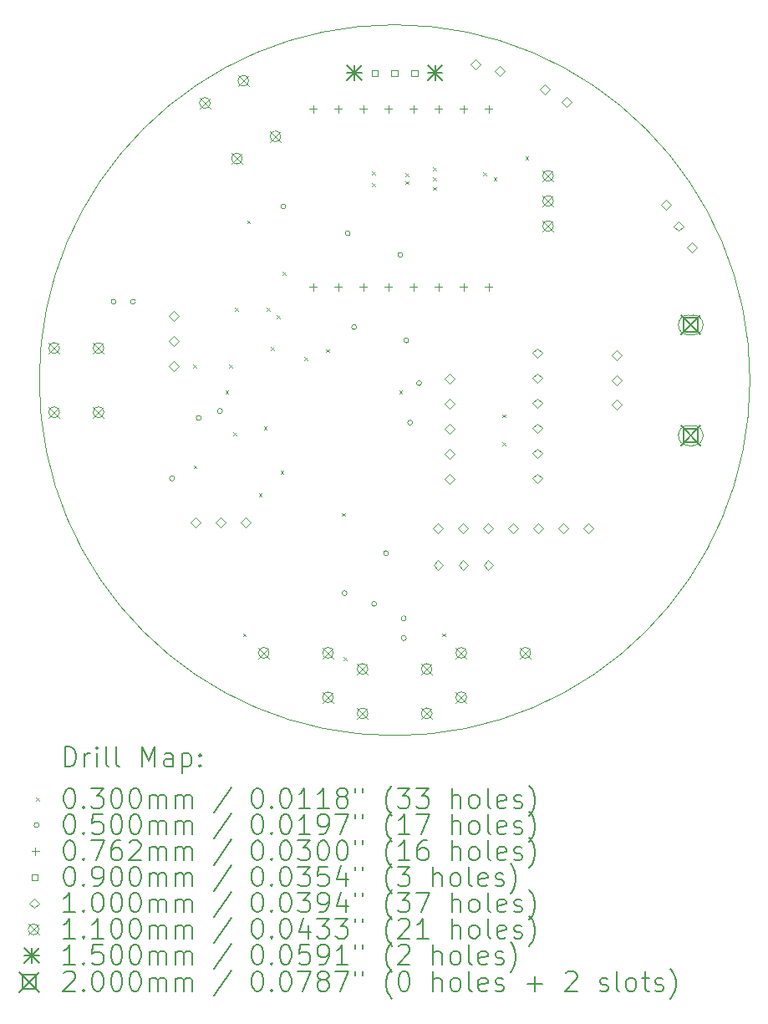
<source format=gbr>
%TF.GenerationSoftware,KiCad,Pcbnew,8.0.4*%
%TF.CreationDate,2024-08-27T21:02:49+02:00*%
%TF.ProjectId,smartEggTimer,736d6172-7445-4676-9754-696d65722e6b,rev?*%
%TF.SameCoordinates,Original*%
%TF.FileFunction,Drillmap*%
%TF.FilePolarity,Positive*%
%FSLAX45Y45*%
G04 Gerber Fmt 4.5, Leading zero omitted, Abs format (unit mm)*
G04 Created by KiCad (PCBNEW 8.0.4) date 2024-08-27 21:02:49*
%MOMM*%
%LPD*%
G01*
G04 APERTURE LIST*
%ADD10C,0.050000*%
%ADD11C,0.200000*%
%ADD12C,0.100000*%
%ADD13C,0.110000*%
%ADD14C,0.150000*%
G04 APERTURE END LIST*
D10*
X13600000Y-10000000D02*
G75*
G02*
X6400000Y-10000000I-3600000J0D01*
G01*
X6400000Y-10000000D02*
G75*
G02*
X13600000Y-10000000I3600000J0D01*
G01*
D11*
D12*
X7960000Y-9845000D02*
X7990000Y-9875000D01*
X7990000Y-9845000D02*
X7960000Y-9875000D01*
X7965000Y-10865000D02*
X7995000Y-10895000D01*
X7995000Y-10865000D02*
X7965000Y-10895000D01*
X8285000Y-10105000D02*
X8315000Y-10135000D01*
X8315000Y-10105000D02*
X8285000Y-10135000D01*
X8325000Y-9845000D02*
X8355000Y-9875000D01*
X8355000Y-9845000D02*
X8325000Y-9875000D01*
X8365000Y-10530000D02*
X8395000Y-10560000D01*
X8395000Y-10530000D02*
X8365000Y-10560000D01*
X8385000Y-9265000D02*
X8415000Y-9295000D01*
X8415000Y-9265000D02*
X8385000Y-9295000D01*
X8465000Y-12565000D02*
X8495000Y-12595000D01*
X8495000Y-12565000D02*
X8465000Y-12595000D01*
X8506500Y-8383500D02*
X8536500Y-8413500D01*
X8536500Y-8383500D02*
X8506500Y-8413500D01*
X8625000Y-11145000D02*
X8655000Y-11175000D01*
X8655000Y-11145000D02*
X8625000Y-11175000D01*
X8675960Y-10468348D02*
X8705960Y-10498348D01*
X8705960Y-10468348D02*
X8675960Y-10498348D01*
X8705000Y-9265000D02*
X8735000Y-9295000D01*
X8735000Y-9265000D02*
X8705000Y-9295000D01*
X8745000Y-9665000D02*
X8775000Y-9695000D01*
X8775000Y-9665000D02*
X8745000Y-9695000D01*
X8805000Y-9345000D02*
X8835000Y-9375000D01*
X8835000Y-9345000D02*
X8805000Y-9375000D01*
X8845111Y-10918007D02*
X8875111Y-10948007D01*
X8875111Y-10918007D02*
X8845111Y-10948007D01*
X8866500Y-8903500D02*
X8896500Y-8933500D01*
X8896500Y-8903500D02*
X8866500Y-8933500D01*
X9085000Y-9765000D02*
X9115000Y-9795000D01*
X9115000Y-9765000D02*
X9085000Y-9795000D01*
X9305000Y-9685000D02*
X9335000Y-9715000D01*
X9335000Y-9685000D02*
X9305000Y-9715000D01*
X9465000Y-11345000D02*
X9495000Y-11375000D01*
X9495000Y-11345000D02*
X9465000Y-11375000D01*
X9485000Y-12805000D02*
X9515000Y-12835000D01*
X9515000Y-12805000D02*
X9485000Y-12835000D01*
X9770000Y-7885000D02*
X9800000Y-7915000D01*
X9800000Y-7885000D02*
X9770000Y-7915000D01*
X9770000Y-8005000D02*
X9800000Y-8035000D01*
X9800000Y-8005000D02*
X9770000Y-8035000D01*
X10045000Y-10105000D02*
X10075000Y-10135000D01*
X10075000Y-10105000D02*
X10045000Y-10135000D01*
X10110000Y-7905000D02*
X10140000Y-7935000D01*
X10140000Y-7905000D02*
X10110000Y-7935000D01*
X10110000Y-7985000D02*
X10140000Y-8015000D01*
X10140000Y-7985000D02*
X10110000Y-8015000D01*
X10390000Y-7845000D02*
X10420000Y-7875000D01*
X10420000Y-7845000D02*
X10390000Y-7875000D01*
X10390000Y-7945000D02*
X10420000Y-7975000D01*
X10420000Y-7945000D02*
X10390000Y-7975000D01*
X10390000Y-8045000D02*
X10420000Y-8075000D01*
X10420000Y-8045000D02*
X10390000Y-8075000D01*
X10485000Y-12565000D02*
X10515000Y-12595000D01*
X10515000Y-12565000D02*
X10485000Y-12595000D01*
X10897500Y-7897500D02*
X10927500Y-7927500D01*
X10927500Y-7897500D02*
X10897500Y-7927500D01*
X11005000Y-7945000D02*
X11035000Y-7975000D01*
X11035000Y-7945000D02*
X11005000Y-7975000D01*
X11092500Y-10347500D02*
X11122500Y-10377500D01*
X11122500Y-10347500D02*
X11092500Y-10377500D01*
X11092500Y-10632500D02*
X11122500Y-10662500D01*
X11122500Y-10632500D02*
X11092500Y-10662500D01*
X11325000Y-7735000D02*
X11355000Y-7765000D01*
X11355000Y-7735000D02*
X11325000Y-7765000D01*
X7177500Y-9205000D02*
G75*
G02*
X7127500Y-9205000I-25000J0D01*
G01*
X7127500Y-9205000D02*
G75*
G02*
X7177500Y-9205000I25000J0D01*
G01*
X7375000Y-9205000D02*
G75*
G02*
X7325000Y-9205000I-25000J0D01*
G01*
X7325000Y-9205000D02*
G75*
G02*
X7375000Y-9205000I25000J0D01*
G01*
X7770000Y-10995000D02*
G75*
G02*
X7720000Y-10995000I-25000J0D01*
G01*
X7720000Y-10995000D02*
G75*
G02*
X7770000Y-10995000I25000J0D01*
G01*
X8040000Y-10382500D02*
G75*
G02*
X7990000Y-10382500I-25000J0D01*
G01*
X7990000Y-10382500D02*
G75*
G02*
X8040000Y-10382500I25000J0D01*
G01*
X8255000Y-10312500D02*
G75*
G02*
X8205000Y-10312500I-25000J0D01*
G01*
X8205000Y-10312500D02*
G75*
G02*
X8255000Y-10312500I25000J0D01*
G01*
X8897500Y-8240000D02*
G75*
G02*
X8847500Y-8240000I-25000J0D01*
G01*
X8847500Y-8240000D02*
G75*
G02*
X8897500Y-8240000I25000J0D01*
G01*
X9517500Y-12157500D02*
G75*
G02*
X9467500Y-12157500I-25000J0D01*
G01*
X9467500Y-12157500D02*
G75*
G02*
X9517500Y-12157500I25000J0D01*
G01*
X9550000Y-8512500D02*
G75*
G02*
X9500000Y-8512500I-25000J0D01*
G01*
X9500000Y-8512500D02*
G75*
G02*
X9550000Y-8512500I25000J0D01*
G01*
X9615000Y-9462500D02*
G75*
G02*
X9565000Y-9462500I-25000J0D01*
G01*
X9565000Y-9462500D02*
G75*
G02*
X9615000Y-9462500I25000J0D01*
G01*
X9817500Y-12265000D02*
G75*
G02*
X9767500Y-12265000I-25000J0D01*
G01*
X9767500Y-12265000D02*
G75*
G02*
X9817500Y-12265000I25000J0D01*
G01*
X9937500Y-11752500D02*
G75*
G02*
X9887500Y-11752500I-25000J0D01*
G01*
X9887500Y-11752500D02*
G75*
G02*
X9937500Y-11752500I25000J0D01*
G01*
X10082500Y-8730000D02*
G75*
G02*
X10032500Y-8730000I-25000J0D01*
G01*
X10032500Y-8730000D02*
G75*
G02*
X10082500Y-8730000I25000J0D01*
G01*
X10117500Y-12412500D02*
G75*
G02*
X10067500Y-12412500I-25000J0D01*
G01*
X10067500Y-12412500D02*
G75*
G02*
X10117500Y-12412500I25000J0D01*
G01*
X10117500Y-12612500D02*
G75*
G02*
X10067500Y-12612500I-25000J0D01*
G01*
X10067500Y-12612500D02*
G75*
G02*
X10117500Y-12612500I25000J0D01*
G01*
X10142500Y-9597500D02*
G75*
G02*
X10092500Y-9597500I-25000J0D01*
G01*
X10092500Y-9597500D02*
G75*
G02*
X10142500Y-9597500I25000J0D01*
G01*
X10182500Y-10430000D02*
G75*
G02*
X10132500Y-10430000I-25000J0D01*
G01*
X10132500Y-10430000D02*
G75*
G02*
X10182500Y-10430000I25000J0D01*
G01*
X10272500Y-10030000D02*
G75*
G02*
X10222500Y-10030000I-25000J0D01*
G01*
X10222500Y-10030000D02*
G75*
G02*
X10272500Y-10030000I25000J0D01*
G01*
X9174000Y-7214400D02*
X9174000Y-7290600D01*
X9135900Y-7252500D02*
X9212100Y-7252500D01*
X9174000Y-9017800D02*
X9174000Y-9094000D01*
X9135900Y-9055900D02*
X9212100Y-9055900D01*
X9428000Y-7214400D02*
X9428000Y-7290600D01*
X9389900Y-7252500D02*
X9466100Y-7252500D01*
X9428000Y-9017800D02*
X9428000Y-9094000D01*
X9389900Y-9055900D02*
X9466100Y-9055900D01*
X9682000Y-7214400D02*
X9682000Y-7290600D01*
X9643900Y-7252500D02*
X9720100Y-7252500D01*
X9682000Y-9017800D02*
X9682000Y-9094000D01*
X9643900Y-9055900D02*
X9720100Y-9055900D01*
X9936000Y-7214400D02*
X9936000Y-7290600D01*
X9897900Y-7252500D02*
X9974100Y-7252500D01*
X9936000Y-9017800D02*
X9936000Y-9094000D01*
X9897900Y-9055900D02*
X9974100Y-9055900D01*
X10190000Y-7214400D02*
X10190000Y-7290600D01*
X10151900Y-7252500D02*
X10228100Y-7252500D01*
X10190000Y-9017800D02*
X10190000Y-9094000D01*
X10151900Y-9055900D02*
X10228100Y-9055900D01*
X10444000Y-7214400D02*
X10444000Y-7290600D01*
X10405900Y-7252500D02*
X10482100Y-7252500D01*
X10444000Y-9017800D02*
X10444000Y-9094000D01*
X10405900Y-9055900D02*
X10482100Y-9055900D01*
X10698000Y-7214400D02*
X10698000Y-7290600D01*
X10659900Y-7252500D02*
X10736100Y-7252500D01*
X10698000Y-9017800D02*
X10698000Y-9094000D01*
X10659900Y-9055900D02*
X10736100Y-9055900D01*
X10952000Y-7214400D02*
X10952000Y-7290600D01*
X10913900Y-7252500D02*
X10990100Y-7252500D01*
X10952000Y-9017800D02*
X10952000Y-9094000D01*
X10913900Y-9055900D02*
X10990100Y-9055900D01*
X9831820Y-6920820D02*
X9831820Y-6857180D01*
X9768180Y-6857180D01*
X9768180Y-6920820D01*
X9831820Y-6920820D01*
X10031820Y-6920820D02*
X10031820Y-6857180D01*
X9968180Y-6857180D01*
X9968180Y-6920820D01*
X10031820Y-6920820D01*
X10231820Y-6920820D02*
X10231820Y-6857180D01*
X10168180Y-6857180D01*
X10168180Y-6920820D01*
X10231820Y-6920820D01*
X7760000Y-9402000D02*
X7810000Y-9352000D01*
X7760000Y-9302000D01*
X7710000Y-9352000D01*
X7760000Y-9402000D01*
X7760000Y-9656000D02*
X7810000Y-9606000D01*
X7760000Y-9556000D01*
X7710000Y-9606000D01*
X7760000Y-9656000D01*
X7760000Y-9910000D02*
X7810000Y-9860000D01*
X7760000Y-9810000D01*
X7710000Y-9860000D01*
X7760000Y-9910000D01*
X7984500Y-11490000D02*
X8034500Y-11440000D01*
X7984500Y-11390000D01*
X7934500Y-11440000D01*
X7984500Y-11490000D01*
X8238500Y-11490000D02*
X8288500Y-11440000D01*
X8238500Y-11390000D01*
X8188500Y-11440000D01*
X8238500Y-11490000D01*
X8492500Y-11490000D02*
X8542500Y-11440000D01*
X8492500Y-11390000D01*
X8442500Y-11440000D01*
X8492500Y-11490000D01*
X10440000Y-11550000D02*
X10490000Y-11500000D01*
X10440000Y-11450000D01*
X10390000Y-11500000D01*
X10440000Y-11550000D01*
X10442500Y-11922500D02*
X10492500Y-11872500D01*
X10442500Y-11822500D01*
X10392500Y-11872500D01*
X10442500Y-11922500D01*
X10560000Y-10034000D02*
X10610000Y-9984000D01*
X10560000Y-9934000D01*
X10510000Y-9984000D01*
X10560000Y-10034000D01*
X10560000Y-10288000D02*
X10610000Y-10238000D01*
X10560000Y-10188000D01*
X10510000Y-10238000D01*
X10560000Y-10288000D01*
X10560000Y-10542000D02*
X10610000Y-10492000D01*
X10560000Y-10442000D01*
X10510000Y-10492000D01*
X10560000Y-10542000D01*
X10560000Y-10796000D02*
X10610000Y-10746000D01*
X10560000Y-10696000D01*
X10510000Y-10746000D01*
X10560000Y-10796000D01*
X10560000Y-11050000D02*
X10610000Y-11000000D01*
X10560000Y-10950000D01*
X10510000Y-11000000D01*
X10560000Y-11050000D01*
X10694000Y-11550000D02*
X10744000Y-11500000D01*
X10694000Y-11450000D01*
X10644000Y-11500000D01*
X10694000Y-11550000D01*
X10696500Y-11922500D02*
X10746500Y-11872500D01*
X10696500Y-11822500D01*
X10646500Y-11872500D01*
X10696500Y-11922500D01*
X10820000Y-6850000D02*
X10870000Y-6800000D01*
X10820000Y-6750000D01*
X10770000Y-6800000D01*
X10820000Y-6850000D01*
X10948000Y-11550000D02*
X10998000Y-11500000D01*
X10948000Y-11450000D01*
X10898000Y-11500000D01*
X10948000Y-11550000D01*
X10950500Y-11922500D02*
X11000500Y-11872500D01*
X10950500Y-11822500D01*
X10900500Y-11872500D01*
X10950500Y-11922500D01*
X11065345Y-6915740D02*
X11115345Y-6865740D01*
X11065345Y-6815740D01*
X11015345Y-6865740D01*
X11065345Y-6915740D01*
X11202000Y-11550000D02*
X11252000Y-11500000D01*
X11202000Y-11450000D01*
X11152000Y-11500000D01*
X11202000Y-11550000D01*
X11447500Y-9776000D02*
X11497500Y-9726000D01*
X11447500Y-9676000D01*
X11397500Y-9726000D01*
X11447500Y-9776000D01*
X11447500Y-10030000D02*
X11497500Y-9980000D01*
X11447500Y-9930000D01*
X11397500Y-9980000D01*
X11447500Y-10030000D01*
X11447500Y-10284000D02*
X11497500Y-10234000D01*
X11447500Y-10184000D01*
X11397500Y-10234000D01*
X11447500Y-10284000D01*
X11447500Y-10538000D02*
X11497500Y-10488000D01*
X11447500Y-10438000D01*
X11397500Y-10488000D01*
X11447500Y-10538000D01*
X11447500Y-10792000D02*
X11497500Y-10742000D01*
X11447500Y-10692000D01*
X11397500Y-10742000D01*
X11447500Y-10792000D01*
X11447500Y-11046000D02*
X11497500Y-10996000D01*
X11447500Y-10946000D01*
X11397500Y-10996000D01*
X11447500Y-11046000D01*
X11456000Y-11550000D02*
X11506000Y-11500000D01*
X11456000Y-11450000D01*
X11406000Y-11500000D01*
X11456000Y-11550000D01*
X11520000Y-7103000D02*
X11570000Y-7053000D01*
X11520000Y-7003000D01*
X11470000Y-7053000D01*
X11520000Y-7103000D01*
X11710000Y-11550000D02*
X11760000Y-11500000D01*
X11710000Y-11450000D01*
X11660000Y-11500000D01*
X11710000Y-11550000D01*
X11739970Y-7230000D02*
X11789970Y-7180000D01*
X11739970Y-7130000D01*
X11689970Y-7180000D01*
X11739970Y-7230000D01*
X11964000Y-11550000D02*
X12014000Y-11500000D01*
X11964000Y-11450000D01*
X11914000Y-11500000D01*
X11964000Y-11550000D01*
X12250000Y-9800000D02*
X12300000Y-9750000D01*
X12250000Y-9700000D01*
X12200000Y-9750000D01*
X12250000Y-9800000D01*
X12250000Y-10050000D02*
X12300000Y-10000000D01*
X12250000Y-9950000D01*
X12200000Y-10000000D01*
X12250000Y-10050000D01*
X12250000Y-10300000D02*
X12300000Y-10250000D01*
X12250000Y-10200000D01*
X12200000Y-10250000D01*
X12250000Y-10300000D01*
X12749180Y-8272279D02*
X12799180Y-8222279D01*
X12749180Y-8172279D01*
X12699180Y-8222279D01*
X12749180Y-8272279D01*
X12880000Y-8490000D02*
X12930000Y-8440000D01*
X12880000Y-8390000D01*
X12830000Y-8440000D01*
X12880000Y-8490000D01*
X13010820Y-8707721D02*
X13060820Y-8657721D01*
X13010820Y-8607721D01*
X12960820Y-8657721D01*
X13010820Y-8707721D01*
D13*
X6495000Y-9620000D02*
X6605000Y-9730000D01*
X6605000Y-9620000D02*
X6495000Y-9730000D01*
X6605000Y-9675000D02*
G75*
G02*
X6495000Y-9675000I-55000J0D01*
G01*
X6495000Y-9675000D02*
G75*
G02*
X6605000Y-9675000I55000J0D01*
G01*
X6495000Y-10270000D02*
X6605000Y-10380000D01*
X6605000Y-10270000D02*
X6495000Y-10380000D01*
X6605000Y-10325000D02*
G75*
G02*
X6495000Y-10325000I-55000J0D01*
G01*
X6495000Y-10325000D02*
G75*
G02*
X6605000Y-10325000I55000J0D01*
G01*
X6945000Y-9620000D02*
X7055000Y-9730000D01*
X7055000Y-9620000D02*
X6945000Y-9730000D01*
X7055000Y-9675000D02*
G75*
G02*
X6945000Y-9675000I-55000J0D01*
G01*
X6945000Y-9675000D02*
G75*
G02*
X7055000Y-9675000I55000J0D01*
G01*
X6945000Y-10270000D02*
X7055000Y-10380000D01*
X7055000Y-10270000D02*
X6945000Y-10380000D01*
X7055000Y-10325000D02*
G75*
G02*
X6945000Y-10325000I-55000J0D01*
G01*
X6945000Y-10325000D02*
G75*
G02*
X7055000Y-10325000I55000J0D01*
G01*
X8022788Y-7137500D02*
X8132788Y-7247500D01*
X8132788Y-7137500D02*
X8022788Y-7247500D01*
X8132788Y-7192500D02*
G75*
G02*
X8022788Y-7192500I-55000J0D01*
G01*
X8022788Y-7192500D02*
G75*
G02*
X8132788Y-7192500I55000J0D01*
G01*
X8347789Y-7700417D02*
X8457789Y-7810417D01*
X8457789Y-7700417D02*
X8347789Y-7810417D01*
X8457789Y-7755417D02*
G75*
G02*
X8347789Y-7755417I-55000J0D01*
G01*
X8347789Y-7755417D02*
G75*
G02*
X8457789Y-7755417I55000J0D01*
G01*
X8412500Y-6912500D02*
X8522500Y-7022500D01*
X8522500Y-6912500D02*
X8412500Y-7022500D01*
X8522500Y-6967500D02*
G75*
G02*
X8412500Y-6967500I-55000J0D01*
G01*
X8412500Y-6967500D02*
G75*
G02*
X8522500Y-6967500I55000J0D01*
G01*
X8620000Y-12707000D02*
X8730000Y-12817000D01*
X8730000Y-12707000D02*
X8620000Y-12817000D01*
X8730000Y-12762000D02*
G75*
G02*
X8620000Y-12762000I-55000J0D01*
G01*
X8620000Y-12762000D02*
G75*
G02*
X8730000Y-12762000I55000J0D01*
G01*
X8737500Y-7475416D02*
X8847500Y-7585416D01*
X8847500Y-7475416D02*
X8737500Y-7585416D01*
X8847500Y-7530416D02*
G75*
G02*
X8737500Y-7530416I-55000J0D01*
G01*
X8737500Y-7530416D02*
G75*
G02*
X8847500Y-7530416I55000J0D01*
G01*
X9270000Y-12707000D02*
X9380000Y-12817000D01*
X9380000Y-12707000D02*
X9270000Y-12817000D01*
X9380000Y-12762000D02*
G75*
G02*
X9270000Y-12762000I-55000J0D01*
G01*
X9270000Y-12762000D02*
G75*
G02*
X9380000Y-12762000I55000J0D01*
G01*
X9270000Y-13157000D02*
X9380000Y-13267000D01*
X9380000Y-13157000D02*
X9270000Y-13267000D01*
X9380000Y-13212000D02*
G75*
G02*
X9270000Y-13212000I-55000J0D01*
G01*
X9270000Y-13212000D02*
G75*
G02*
X9380000Y-13212000I55000J0D01*
G01*
X9620000Y-12870000D02*
X9730000Y-12980000D01*
X9730000Y-12870000D02*
X9620000Y-12980000D01*
X9730000Y-12925000D02*
G75*
G02*
X9620000Y-12925000I-55000J0D01*
G01*
X9620000Y-12925000D02*
G75*
G02*
X9730000Y-12925000I55000J0D01*
G01*
X9620000Y-13320000D02*
X9730000Y-13430000D01*
X9730000Y-13320000D02*
X9620000Y-13430000D01*
X9730000Y-13375000D02*
G75*
G02*
X9620000Y-13375000I-55000J0D01*
G01*
X9620000Y-13375000D02*
G75*
G02*
X9730000Y-13375000I55000J0D01*
G01*
X10270000Y-12870000D02*
X10380000Y-12980000D01*
X10380000Y-12870000D02*
X10270000Y-12980000D01*
X10380000Y-12925000D02*
G75*
G02*
X10270000Y-12925000I-55000J0D01*
G01*
X10270000Y-12925000D02*
G75*
G02*
X10380000Y-12925000I55000J0D01*
G01*
X10270000Y-13320000D02*
X10380000Y-13430000D01*
X10380000Y-13320000D02*
X10270000Y-13430000D01*
X10380000Y-13375000D02*
G75*
G02*
X10270000Y-13375000I-55000J0D01*
G01*
X10270000Y-13375000D02*
G75*
G02*
X10380000Y-13375000I55000J0D01*
G01*
X10620000Y-12707000D02*
X10730000Y-12817000D01*
X10730000Y-12707000D02*
X10620000Y-12817000D01*
X10730000Y-12762000D02*
G75*
G02*
X10620000Y-12762000I-55000J0D01*
G01*
X10620000Y-12762000D02*
G75*
G02*
X10730000Y-12762000I55000J0D01*
G01*
X10620000Y-13157000D02*
X10730000Y-13267000D01*
X10730000Y-13157000D02*
X10620000Y-13267000D01*
X10730000Y-13212000D02*
G75*
G02*
X10620000Y-13212000I-55000J0D01*
G01*
X10620000Y-13212000D02*
G75*
G02*
X10730000Y-13212000I55000J0D01*
G01*
X11270000Y-12707000D02*
X11380000Y-12817000D01*
X11380000Y-12707000D02*
X11270000Y-12817000D01*
X11380000Y-12762000D02*
G75*
G02*
X11270000Y-12762000I-55000J0D01*
G01*
X11270000Y-12762000D02*
G75*
G02*
X11380000Y-12762000I55000J0D01*
G01*
X11500000Y-7876000D02*
X11610000Y-7986000D01*
X11610000Y-7876000D02*
X11500000Y-7986000D01*
X11610000Y-7931000D02*
G75*
G02*
X11500000Y-7931000I-55000J0D01*
G01*
X11500000Y-7931000D02*
G75*
G02*
X11610000Y-7931000I55000J0D01*
G01*
X11500000Y-8130000D02*
X11610000Y-8240000D01*
X11610000Y-8130000D02*
X11500000Y-8240000D01*
X11610000Y-8185000D02*
G75*
G02*
X11500000Y-8185000I-55000J0D01*
G01*
X11500000Y-8185000D02*
G75*
G02*
X11610000Y-8185000I55000J0D01*
G01*
X11500000Y-8384000D02*
X11610000Y-8494000D01*
X11610000Y-8384000D02*
X11500000Y-8494000D01*
X11610000Y-8439000D02*
G75*
G02*
X11500000Y-8439000I-55000J0D01*
G01*
X11500000Y-8439000D02*
G75*
G02*
X11610000Y-8439000I55000J0D01*
G01*
D14*
X9515000Y-6814000D02*
X9665000Y-6964000D01*
X9665000Y-6814000D02*
X9515000Y-6964000D01*
X9590000Y-6814000D02*
X9590000Y-6964000D01*
X9515000Y-6889000D02*
X9665000Y-6889000D01*
X10335000Y-6814000D02*
X10485000Y-6964000D01*
X10485000Y-6814000D02*
X10335000Y-6964000D01*
X10410000Y-6814000D02*
X10410000Y-6964000D01*
X10335000Y-6889000D02*
X10485000Y-6889000D01*
D11*
X12900000Y-9340000D02*
X13100000Y-9540000D01*
X13100000Y-9340000D02*
X12900000Y-9540000D01*
X13070711Y-9510711D02*
X13070711Y-9369289D01*
X12929289Y-9369289D01*
X12929289Y-9510711D01*
X13070711Y-9510711D01*
D12*
X12975000Y-9540000D02*
X13025000Y-9540000D01*
X13025000Y-9340000D02*
G75*
G02*
X13025000Y-9540000I0J-100000D01*
G01*
X13025000Y-9340000D02*
X12975000Y-9340000D01*
X12975000Y-9340000D02*
G75*
G03*
X12975000Y-9540000I0J-100000D01*
G01*
D11*
X12900000Y-10460000D02*
X13100000Y-10660000D01*
X13100000Y-10460000D02*
X12900000Y-10660000D01*
X13070711Y-10630711D02*
X13070711Y-10489289D01*
X12929289Y-10489289D01*
X12929289Y-10630711D01*
X13070711Y-10630711D01*
D12*
X12975000Y-10660000D02*
X13025000Y-10660000D01*
X13025000Y-10460000D02*
G75*
G02*
X13025000Y-10660000I0J-100000D01*
G01*
X13025000Y-10460000D02*
X12975000Y-10460000D01*
X12975000Y-10460000D02*
G75*
G03*
X12975000Y-10660000I0J-100000D01*
G01*
D11*
X6658277Y-13913984D02*
X6658277Y-13713984D01*
X6658277Y-13713984D02*
X6705896Y-13713984D01*
X6705896Y-13713984D02*
X6734467Y-13723508D01*
X6734467Y-13723508D02*
X6753515Y-13742555D01*
X6753515Y-13742555D02*
X6763039Y-13761603D01*
X6763039Y-13761603D02*
X6772562Y-13799698D01*
X6772562Y-13799698D02*
X6772562Y-13828269D01*
X6772562Y-13828269D02*
X6763039Y-13866365D01*
X6763039Y-13866365D02*
X6753515Y-13885412D01*
X6753515Y-13885412D02*
X6734467Y-13904460D01*
X6734467Y-13904460D02*
X6705896Y-13913984D01*
X6705896Y-13913984D02*
X6658277Y-13913984D01*
X6858277Y-13913984D02*
X6858277Y-13780650D01*
X6858277Y-13818746D02*
X6867801Y-13799698D01*
X6867801Y-13799698D02*
X6877324Y-13790174D01*
X6877324Y-13790174D02*
X6896372Y-13780650D01*
X6896372Y-13780650D02*
X6915420Y-13780650D01*
X6982086Y-13913984D02*
X6982086Y-13780650D01*
X6982086Y-13713984D02*
X6972562Y-13723508D01*
X6972562Y-13723508D02*
X6982086Y-13733031D01*
X6982086Y-13733031D02*
X6991610Y-13723508D01*
X6991610Y-13723508D02*
X6982086Y-13713984D01*
X6982086Y-13713984D02*
X6982086Y-13733031D01*
X7105896Y-13913984D02*
X7086848Y-13904460D01*
X7086848Y-13904460D02*
X7077324Y-13885412D01*
X7077324Y-13885412D02*
X7077324Y-13713984D01*
X7210658Y-13913984D02*
X7191610Y-13904460D01*
X7191610Y-13904460D02*
X7182086Y-13885412D01*
X7182086Y-13885412D02*
X7182086Y-13713984D01*
X7439229Y-13913984D02*
X7439229Y-13713984D01*
X7439229Y-13713984D02*
X7505896Y-13856841D01*
X7505896Y-13856841D02*
X7572562Y-13713984D01*
X7572562Y-13713984D02*
X7572562Y-13913984D01*
X7753515Y-13913984D02*
X7753515Y-13809222D01*
X7753515Y-13809222D02*
X7743991Y-13790174D01*
X7743991Y-13790174D02*
X7724943Y-13780650D01*
X7724943Y-13780650D02*
X7686848Y-13780650D01*
X7686848Y-13780650D02*
X7667801Y-13790174D01*
X7753515Y-13904460D02*
X7734467Y-13913984D01*
X7734467Y-13913984D02*
X7686848Y-13913984D01*
X7686848Y-13913984D02*
X7667801Y-13904460D01*
X7667801Y-13904460D02*
X7658277Y-13885412D01*
X7658277Y-13885412D02*
X7658277Y-13866365D01*
X7658277Y-13866365D02*
X7667801Y-13847317D01*
X7667801Y-13847317D02*
X7686848Y-13837793D01*
X7686848Y-13837793D02*
X7734467Y-13837793D01*
X7734467Y-13837793D02*
X7753515Y-13828269D01*
X7848753Y-13780650D02*
X7848753Y-13980650D01*
X7848753Y-13790174D02*
X7867801Y-13780650D01*
X7867801Y-13780650D02*
X7905896Y-13780650D01*
X7905896Y-13780650D02*
X7924943Y-13790174D01*
X7924943Y-13790174D02*
X7934467Y-13799698D01*
X7934467Y-13799698D02*
X7943991Y-13818746D01*
X7943991Y-13818746D02*
X7943991Y-13875888D01*
X7943991Y-13875888D02*
X7934467Y-13894936D01*
X7934467Y-13894936D02*
X7924943Y-13904460D01*
X7924943Y-13904460D02*
X7905896Y-13913984D01*
X7905896Y-13913984D02*
X7867801Y-13913984D01*
X7867801Y-13913984D02*
X7848753Y-13904460D01*
X8029705Y-13894936D02*
X8039229Y-13904460D01*
X8039229Y-13904460D02*
X8029705Y-13913984D01*
X8029705Y-13913984D02*
X8020182Y-13904460D01*
X8020182Y-13904460D02*
X8029705Y-13894936D01*
X8029705Y-13894936D02*
X8029705Y-13913984D01*
X8029705Y-13790174D02*
X8039229Y-13799698D01*
X8039229Y-13799698D02*
X8029705Y-13809222D01*
X8029705Y-13809222D02*
X8020182Y-13799698D01*
X8020182Y-13799698D02*
X8029705Y-13790174D01*
X8029705Y-13790174D02*
X8029705Y-13809222D01*
D12*
X6367500Y-14227500D02*
X6397500Y-14257500D01*
X6397500Y-14227500D02*
X6367500Y-14257500D01*
D11*
X6696372Y-14133984D02*
X6715420Y-14133984D01*
X6715420Y-14133984D02*
X6734467Y-14143508D01*
X6734467Y-14143508D02*
X6743991Y-14153031D01*
X6743991Y-14153031D02*
X6753515Y-14172079D01*
X6753515Y-14172079D02*
X6763039Y-14210174D01*
X6763039Y-14210174D02*
X6763039Y-14257793D01*
X6763039Y-14257793D02*
X6753515Y-14295888D01*
X6753515Y-14295888D02*
X6743991Y-14314936D01*
X6743991Y-14314936D02*
X6734467Y-14324460D01*
X6734467Y-14324460D02*
X6715420Y-14333984D01*
X6715420Y-14333984D02*
X6696372Y-14333984D01*
X6696372Y-14333984D02*
X6677324Y-14324460D01*
X6677324Y-14324460D02*
X6667801Y-14314936D01*
X6667801Y-14314936D02*
X6658277Y-14295888D01*
X6658277Y-14295888D02*
X6648753Y-14257793D01*
X6648753Y-14257793D02*
X6648753Y-14210174D01*
X6648753Y-14210174D02*
X6658277Y-14172079D01*
X6658277Y-14172079D02*
X6667801Y-14153031D01*
X6667801Y-14153031D02*
X6677324Y-14143508D01*
X6677324Y-14143508D02*
X6696372Y-14133984D01*
X6848753Y-14314936D02*
X6858277Y-14324460D01*
X6858277Y-14324460D02*
X6848753Y-14333984D01*
X6848753Y-14333984D02*
X6839229Y-14324460D01*
X6839229Y-14324460D02*
X6848753Y-14314936D01*
X6848753Y-14314936D02*
X6848753Y-14333984D01*
X6924943Y-14133984D02*
X7048753Y-14133984D01*
X7048753Y-14133984D02*
X6982086Y-14210174D01*
X6982086Y-14210174D02*
X7010658Y-14210174D01*
X7010658Y-14210174D02*
X7029705Y-14219698D01*
X7029705Y-14219698D02*
X7039229Y-14229222D01*
X7039229Y-14229222D02*
X7048753Y-14248269D01*
X7048753Y-14248269D02*
X7048753Y-14295888D01*
X7048753Y-14295888D02*
X7039229Y-14314936D01*
X7039229Y-14314936D02*
X7029705Y-14324460D01*
X7029705Y-14324460D02*
X7010658Y-14333984D01*
X7010658Y-14333984D02*
X6953515Y-14333984D01*
X6953515Y-14333984D02*
X6934467Y-14324460D01*
X6934467Y-14324460D02*
X6924943Y-14314936D01*
X7172562Y-14133984D02*
X7191610Y-14133984D01*
X7191610Y-14133984D02*
X7210658Y-14143508D01*
X7210658Y-14143508D02*
X7220182Y-14153031D01*
X7220182Y-14153031D02*
X7229705Y-14172079D01*
X7229705Y-14172079D02*
X7239229Y-14210174D01*
X7239229Y-14210174D02*
X7239229Y-14257793D01*
X7239229Y-14257793D02*
X7229705Y-14295888D01*
X7229705Y-14295888D02*
X7220182Y-14314936D01*
X7220182Y-14314936D02*
X7210658Y-14324460D01*
X7210658Y-14324460D02*
X7191610Y-14333984D01*
X7191610Y-14333984D02*
X7172562Y-14333984D01*
X7172562Y-14333984D02*
X7153515Y-14324460D01*
X7153515Y-14324460D02*
X7143991Y-14314936D01*
X7143991Y-14314936D02*
X7134467Y-14295888D01*
X7134467Y-14295888D02*
X7124943Y-14257793D01*
X7124943Y-14257793D02*
X7124943Y-14210174D01*
X7124943Y-14210174D02*
X7134467Y-14172079D01*
X7134467Y-14172079D02*
X7143991Y-14153031D01*
X7143991Y-14153031D02*
X7153515Y-14143508D01*
X7153515Y-14143508D02*
X7172562Y-14133984D01*
X7363039Y-14133984D02*
X7382086Y-14133984D01*
X7382086Y-14133984D02*
X7401134Y-14143508D01*
X7401134Y-14143508D02*
X7410658Y-14153031D01*
X7410658Y-14153031D02*
X7420182Y-14172079D01*
X7420182Y-14172079D02*
X7429705Y-14210174D01*
X7429705Y-14210174D02*
X7429705Y-14257793D01*
X7429705Y-14257793D02*
X7420182Y-14295888D01*
X7420182Y-14295888D02*
X7410658Y-14314936D01*
X7410658Y-14314936D02*
X7401134Y-14324460D01*
X7401134Y-14324460D02*
X7382086Y-14333984D01*
X7382086Y-14333984D02*
X7363039Y-14333984D01*
X7363039Y-14333984D02*
X7343991Y-14324460D01*
X7343991Y-14324460D02*
X7334467Y-14314936D01*
X7334467Y-14314936D02*
X7324943Y-14295888D01*
X7324943Y-14295888D02*
X7315420Y-14257793D01*
X7315420Y-14257793D02*
X7315420Y-14210174D01*
X7315420Y-14210174D02*
X7324943Y-14172079D01*
X7324943Y-14172079D02*
X7334467Y-14153031D01*
X7334467Y-14153031D02*
X7343991Y-14143508D01*
X7343991Y-14143508D02*
X7363039Y-14133984D01*
X7515420Y-14333984D02*
X7515420Y-14200650D01*
X7515420Y-14219698D02*
X7524943Y-14210174D01*
X7524943Y-14210174D02*
X7543991Y-14200650D01*
X7543991Y-14200650D02*
X7572563Y-14200650D01*
X7572563Y-14200650D02*
X7591610Y-14210174D01*
X7591610Y-14210174D02*
X7601134Y-14229222D01*
X7601134Y-14229222D02*
X7601134Y-14333984D01*
X7601134Y-14229222D02*
X7610658Y-14210174D01*
X7610658Y-14210174D02*
X7629705Y-14200650D01*
X7629705Y-14200650D02*
X7658277Y-14200650D01*
X7658277Y-14200650D02*
X7677324Y-14210174D01*
X7677324Y-14210174D02*
X7686848Y-14229222D01*
X7686848Y-14229222D02*
X7686848Y-14333984D01*
X7782086Y-14333984D02*
X7782086Y-14200650D01*
X7782086Y-14219698D02*
X7791610Y-14210174D01*
X7791610Y-14210174D02*
X7810658Y-14200650D01*
X7810658Y-14200650D02*
X7839229Y-14200650D01*
X7839229Y-14200650D02*
X7858277Y-14210174D01*
X7858277Y-14210174D02*
X7867801Y-14229222D01*
X7867801Y-14229222D02*
X7867801Y-14333984D01*
X7867801Y-14229222D02*
X7877324Y-14210174D01*
X7877324Y-14210174D02*
X7896372Y-14200650D01*
X7896372Y-14200650D02*
X7924943Y-14200650D01*
X7924943Y-14200650D02*
X7943991Y-14210174D01*
X7943991Y-14210174D02*
X7953515Y-14229222D01*
X7953515Y-14229222D02*
X7953515Y-14333984D01*
X8343991Y-14124460D02*
X8172563Y-14381603D01*
X8601134Y-14133984D02*
X8620182Y-14133984D01*
X8620182Y-14133984D02*
X8639229Y-14143508D01*
X8639229Y-14143508D02*
X8648753Y-14153031D01*
X8648753Y-14153031D02*
X8658277Y-14172079D01*
X8658277Y-14172079D02*
X8667801Y-14210174D01*
X8667801Y-14210174D02*
X8667801Y-14257793D01*
X8667801Y-14257793D02*
X8658277Y-14295888D01*
X8658277Y-14295888D02*
X8648753Y-14314936D01*
X8648753Y-14314936D02*
X8639229Y-14324460D01*
X8639229Y-14324460D02*
X8620182Y-14333984D01*
X8620182Y-14333984D02*
X8601134Y-14333984D01*
X8601134Y-14333984D02*
X8582087Y-14324460D01*
X8582087Y-14324460D02*
X8572563Y-14314936D01*
X8572563Y-14314936D02*
X8563039Y-14295888D01*
X8563039Y-14295888D02*
X8553515Y-14257793D01*
X8553515Y-14257793D02*
X8553515Y-14210174D01*
X8553515Y-14210174D02*
X8563039Y-14172079D01*
X8563039Y-14172079D02*
X8572563Y-14153031D01*
X8572563Y-14153031D02*
X8582087Y-14143508D01*
X8582087Y-14143508D02*
X8601134Y-14133984D01*
X8753515Y-14314936D02*
X8763039Y-14324460D01*
X8763039Y-14324460D02*
X8753515Y-14333984D01*
X8753515Y-14333984D02*
X8743991Y-14324460D01*
X8743991Y-14324460D02*
X8753515Y-14314936D01*
X8753515Y-14314936D02*
X8753515Y-14333984D01*
X8886848Y-14133984D02*
X8905896Y-14133984D01*
X8905896Y-14133984D02*
X8924944Y-14143508D01*
X8924944Y-14143508D02*
X8934468Y-14153031D01*
X8934468Y-14153031D02*
X8943991Y-14172079D01*
X8943991Y-14172079D02*
X8953515Y-14210174D01*
X8953515Y-14210174D02*
X8953515Y-14257793D01*
X8953515Y-14257793D02*
X8943991Y-14295888D01*
X8943991Y-14295888D02*
X8934468Y-14314936D01*
X8934468Y-14314936D02*
X8924944Y-14324460D01*
X8924944Y-14324460D02*
X8905896Y-14333984D01*
X8905896Y-14333984D02*
X8886848Y-14333984D01*
X8886848Y-14333984D02*
X8867801Y-14324460D01*
X8867801Y-14324460D02*
X8858277Y-14314936D01*
X8858277Y-14314936D02*
X8848753Y-14295888D01*
X8848753Y-14295888D02*
X8839229Y-14257793D01*
X8839229Y-14257793D02*
X8839229Y-14210174D01*
X8839229Y-14210174D02*
X8848753Y-14172079D01*
X8848753Y-14172079D02*
X8858277Y-14153031D01*
X8858277Y-14153031D02*
X8867801Y-14143508D01*
X8867801Y-14143508D02*
X8886848Y-14133984D01*
X9143991Y-14333984D02*
X9029706Y-14333984D01*
X9086848Y-14333984D02*
X9086848Y-14133984D01*
X9086848Y-14133984D02*
X9067801Y-14162555D01*
X9067801Y-14162555D02*
X9048753Y-14181603D01*
X9048753Y-14181603D02*
X9029706Y-14191127D01*
X9334468Y-14333984D02*
X9220182Y-14333984D01*
X9277325Y-14333984D02*
X9277325Y-14133984D01*
X9277325Y-14133984D02*
X9258277Y-14162555D01*
X9258277Y-14162555D02*
X9239229Y-14181603D01*
X9239229Y-14181603D02*
X9220182Y-14191127D01*
X9448753Y-14219698D02*
X9429706Y-14210174D01*
X9429706Y-14210174D02*
X9420182Y-14200650D01*
X9420182Y-14200650D02*
X9410658Y-14181603D01*
X9410658Y-14181603D02*
X9410658Y-14172079D01*
X9410658Y-14172079D02*
X9420182Y-14153031D01*
X9420182Y-14153031D02*
X9429706Y-14143508D01*
X9429706Y-14143508D02*
X9448753Y-14133984D01*
X9448753Y-14133984D02*
X9486849Y-14133984D01*
X9486849Y-14133984D02*
X9505896Y-14143508D01*
X9505896Y-14143508D02*
X9515420Y-14153031D01*
X9515420Y-14153031D02*
X9524944Y-14172079D01*
X9524944Y-14172079D02*
X9524944Y-14181603D01*
X9524944Y-14181603D02*
X9515420Y-14200650D01*
X9515420Y-14200650D02*
X9505896Y-14210174D01*
X9505896Y-14210174D02*
X9486849Y-14219698D01*
X9486849Y-14219698D02*
X9448753Y-14219698D01*
X9448753Y-14219698D02*
X9429706Y-14229222D01*
X9429706Y-14229222D02*
X9420182Y-14238746D01*
X9420182Y-14238746D02*
X9410658Y-14257793D01*
X9410658Y-14257793D02*
X9410658Y-14295888D01*
X9410658Y-14295888D02*
X9420182Y-14314936D01*
X9420182Y-14314936D02*
X9429706Y-14324460D01*
X9429706Y-14324460D02*
X9448753Y-14333984D01*
X9448753Y-14333984D02*
X9486849Y-14333984D01*
X9486849Y-14333984D02*
X9505896Y-14324460D01*
X9505896Y-14324460D02*
X9515420Y-14314936D01*
X9515420Y-14314936D02*
X9524944Y-14295888D01*
X9524944Y-14295888D02*
X9524944Y-14257793D01*
X9524944Y-14257793D02*
X9515420Y-14238746D01*
X9515420Y-14238746D02*
X9505896Y-14229222D01*
X9505896Y-14229222D02*
X9486849Y-14219698D01*
X9601134Y-14133984D02*
X9601134Y-14172079D01*
X9677325Y-14133984D02*
X9677325Y-14172079D01*
X9972563Y-14410174D02*
X9963039Y-14400650D01*
X9963039Y-14400650D02*
X9943991Y-14372079D01*
X9943991Y-14372079D02*
X9934468Y-14353031D01*
X9934468Y-14353031D02*
X9924944Y-14324460D01*
X9924944Y-14324460D02*
X9915420Y-14276841D01*
X9915420Y-14276841D02*
X9915420Y-14238746D01*
X9915420Y-14238746D02*
X9924944Y-14191127D01*
X9924944Y-14191127D02*
X9934468Y-14162555D01*
X9934468Y-14162555D02*
X9943991Y-14143508D01*
X9943991Y-14143508D02*
X9963039Y-14114936D01*
X9963039Y-14114936D02*
X9972563Y-14105412D01*
X10029706Y-14133984D02*
X10153515Y-14133984D01*
X10153515Y-14133984D02*
X10086849Y-14210174D01*
X10086849Y-14210174D02*
X10115420Y-14210174D01*
X10115420Y-14210174D02*
X10134468Y-14219698D01*
X10134468Y-14219698D02*
X10143991Y-14229222D01*
X10143991Y-14229222D02*
X10153515Y-14248269D01*
X10153515Y-14248269D02*
X10153515Y-14295888D01*
X10153515Y-14295888D02*
X10143991Y-14314936D01*
X10143991Y-14314936D02*
X10134468Y-14324460D01*
X10134468Y-14324460D02*
X10115420Y-14333984D01*
X10115420Y-14333984D02*
X10058277Y-14333984D01*
X10058277Y-14333984D02*
X10039230Y-14324460D01*
X10039230Y-14324460D02*
X10029706Y-14314936D01*
X10220182Y-14133984D02*
X10343991Y-14133984D01*
X10343991Y-14133984D02*
X10277325Y-14210174D01*
X10277325Y-14210174D02*
X10305896Y-14210174D01*
X10305896Y-14210174D02*
X10324944Y-14219698D01*
X10324944Y-14219698D02*
X10334468Y-14229222D01*
X10334468Y-14229222D02*
X10343991Y-14248269D01*
X10343991Y-14248269D02*
X10343991Y-14295888D01*
X10343991Y-14295888D02*
X10334468Y-14314936D01*
X10334468Y-14314936D02*
X10324944Y-14324460D01*
X10324944Y-14324460D02*
X10305896Y-14333984D01*
X10305896Y-14333984D02*
X10248753Y-14333984D01*
X10248753Y-14333984D02*
X10229706Y-14324460D01*
X10229706Y-14324460D02*
X10220182Y-14314936D01*
X10582087Y-14333984D02*
X10582087Y-14133984D01*
X10667801Y-14333984D02*
X10667801Y-14229222D01*
X10667801Y-14229222D02*
X10658277Y-14210174D01*
X10658277Y-14210174D02*
X10639230Y-14200650D01*
X10639230Y-14200650D02*
X10610658Y-14200650D01*
X10610658Y-14200650D02*
X10591611Y-14210174D01*
X10591611Y-14210174D02*
X10582087Y-14219698D01*
X10791611Y-14333984D02*
X10772563Y-14324460D01*
X10772563Y-14324460D02*
X10763039Y-14314936D01*
X10763039Y-14314936D02*
X10753515Y-14295888D01*
X10753515Y-14295888D02*
X10753515Y-14238746D01*
X10753515Y-14238746D02*
X10763039Y-14219698D01*
X10763039Y-14219698D02*
X10772563Y-14210174D01*
X10772563Y-14210174D02*
X10791611Y-14200650D01*
X10791611Y-14200650D02*
X10820182Y-14200650D01*
X10820182Y-14200650D02*
X10839230Y-14210174D01*
X10839230Y-14210174D02*
X10848753Y-14219698D01*
X10848753Y-14219698D02*
X10858277Y-14238746D01*
X10858277Y-14238746D02*
X10858277Y-14295888D01*
X10858277Y-14295888D02*
X10848753Y-14314936D01*
X10848753Y-14314936D02*
X10839230Y-14324460D01*
X10839230Y-14324460D02*
X10820182Y-14333984D01*
X10820182Y-14333984D02*
X10791611Y-14333984D01*
X10972563Y-14333984D02*
X10953515Y-14324460D01*
X10953515Y-14324460D02*
X10943992Y-14305412D01*
X10943992Y-14305412D02*
X10943992Y-14133984D01*
X11124944Y-14324460D02*
X11105896Y-14333984D01*
X11105896Y-14333984D02*
X11067801Y-14333984D01*
X11067801Y-14333984D02*
X11048753Y-14324460D01*
X11048753Y-14324460D02*
X11039230Y-14305412D01*
X11039230Y-14305412D02*
X11039230Y-14229222D01*
X11039230Y-14229222D02*
X11048753Y-14210174D01*
X11048753Y-14210174D02*
X11067801Y-14200650D01*
X11067801Y-14200650D02*
X11105896Y-14200650D01*
X11105896Y-14200650D02*
X11124944Y-14210174D01*
X11124944Y-14210174D02*
X11134468Y-14229222D01*
X11134468Y-14229222D02*
X11134468Y-14248269D01*
X11134468Y-14248269D02*
X11039230Y-14267317D01*
X11210658Y-14324460D02*
X11229706Y-14333984D01*
X11229706Y-14333984D02*
X11267801Y-14333984D01*
X11267801Y-14333984D02*
X11286849Y-14324460D01*
X11286849Y-14324460D02*
X11296372Y-14305412D01*
X11296372Y-14305412D02*
X11296372Y-14295888D01*
X11296372Y-14295888D02*
X11286849Y-14276841D01*
X11286849Y-14276841D02*
X11267801Y-14267317D01*
X11267801Y-14267317D02*
X11239230Y-14267317D01*
X11239230Y-14267317D02*
X11220182Y-14257793D01*
X11220182Y-14257793D02*
X11210658Y-14238746D01*
X11210658Y-14238746D02*
X11210658Y-14229222D01*
X11210658Y-14229222D02*
X11220182Y-14210174D01*
X11220182Y-14210174D02*
X11239230Y-14200650D01*
X11239230Y-14200650D02*
X11267801Y-14200650D01*
X11267801Y-14200650D02*
X11286849Y-14210174D01*
X11363039Y-14410174D02*
X11372563Y-14400650D01*
X11372563Y-14400650D02*
X11391611Y-14372079D01*
X11391611Y-14372079D02*
X11401134Y-14353031D01*
X11401134Y-14353031D02*
X11410658Y-14324460D01*
X11410658Y-14324460D02*
X11420182Y-14276841D01*
X11420182Y-14276841D02*
X11420182Y-14238746D01*
X11420182Y-14238746D02*
X11410658Y-14191127D01*
X11410658Y-14191127D02*
X11401134Y-14162555D01*
X11401134Y-14162555D02*
X11391611Y-14143508D01*
X11391611Y-14143508D02*
X11372563Y-14114936D01*
X11372563Y-14114936D02*
X11363039Y-14105412D01*
D12*
X6397500Y-14506500D02*
G75*
G02*
X6347500Y-14506500I-25000J0D01*
G01*
X6347500Y-14506500D02*
G75*
G02*
X6397500Y-14506500I25000J0D01*
G01*
D11*
X6696372Y-14397984D02*
X6715420Y-14397984D01*
X6715420Y-14397984D02*
X6734467Y-14407508D01*
X6734467Y-14407508D02*
X6743991Y-14417031D01*
X6743991Y-14417031D02*
X6753515Y-14436079D01*
X6753515Y-14436079D02*
X6763039Y-14474174D01*
X6763039Y-14474174D02*
X6763039Y-14521793D01*
X6763039Y-14521793D02*
X6753515Y-14559888D01*
X6753515Y-14559888D02*
X6743991Y-14578936D01*
X6743991Y-14578936D02*
X6734467Y-14588460D01*
X6734467Y-14588460D02*
X6715420Y-14597984D01*
X6715420Y-14597984D02*
X6696372Y-14597984D01*
X6696372Y-14597984D02*
X6677324Y-14588460D01*
X6677324Y-14588460D02*
X6667801Y-14578936D01*
X6667801Y-14578936D02*
X6658277Y-14559888D01*
X6658277Y-14559888D02*
X6648753Y-14521793D01*
X6648753Y-14521793D02*
X6648753Y-14474174D01*
X6648753Y-14474174D02*
X6658277Y-14436079D01*
X6658277Y-14436079D02*
X6667801Y-14417031D01*
X6667801Y-14417031D02*
X6677324Y-14407508D01*
X6677324Y-14407508D02*
X6696372Y-14397984D01*
X6848753Y-14578936D02*
X6858277Y-14588460D01*
X6858277Y-14588460D02*
X6848753Y-14597984D01*
X6848753Y-14597984D02*
X6839229Y-14588460D01*
X6839229Y-14588460D02*
X6848753Y-14578936D01*
X6848753Y-14578936D02*
X6848753Y-14597984D01*
X7039229Y-14397984D02*
X6943991Y-14397984D01*
X6943991Y-14397984D02*
X6934467Y-14493222D01*
X6934467Y-14493222D02*
X6943991Y-14483698D01*
X6943991Y-14483698D02*
X6963039Y-14474174D01*
X6963039Y-14474174D02*
X7010658Y-14474174D01*
X7010658Y-14474174D02*
X7029705Y-14483698D01*
X7029705Y-14483698D02*
X7039229Y-14493222D01*
X7039229Y-14493222D02*
X7048753Y-14512269D01*
X7048753Y-14512269D02*
X7048753Y-14559888D01*
X7048753Y-14559888D02*
X7039229Y-14578936D01*
X7039229Y-14578936D02*
X7029705Y-14588460D01*
X7029705Y-14588460D02*
X7010658Y-14597984D01*
X7010658Y-14597984D02*
X6963039Y-14597984D01*
X6963039Y-14597984D02*
X6943991Y-14588460D01*
X6943991Y-14588460D02*
X6934467Y-14578936D01*
X7172562Y-14397984D02*
X7191610Y-14397984D01*
X7191610Y-14397984D02*
X7210658Y-14407508D01*
X7210658Y-14407508D02*
X7220182Y-14417031D01*
X7220182Y-14417031D02*
X7229705Y-14436079D01*
X7229705Y-14436079D02*
X7239229Y-14474174D01*
X7239229Y-14474174D02*
X7239229Y-14521793D01*
X7239229Y-14521793D02*
X7229705Y-14559888D01*
X7229705Y-14559888D02*
X7220182Y-14578936D01*
X7220182Y-14578936D02*
X7210658Y-14588460D01*
X7210658Y-14588460D02*
X7191610Y-14597984D01*
X7191610Y-14597984D02*
X7172562Y-14597984D01*
X7172562Y-14597984D02*
X7153515Y-14588460D01*
X7153515Y-14588460D02*
X7143991Y-14578936D01*
X7143991Y-14578936D02*
X7134467Y-14559888D01*
X7134467Y-14559888D02*
X7124943Y-14521793D01*
X7124943Y-14521793D02*
X7124943Y-14474174D01*
X7124943Y-14474174D02*
X7134467Y-14436079D01*
X7134467Y-14436079D02*
X7143991Y-14417031D01*
X7143991Y-14417031D02*
X7153515Y-14407508D01*
X7153515Y-14407508D02*
X7172562Y-14397984D01*
X7363039Y-14397984D02*
X7382086Y-14397984D01*
X7382086Y-14397984D02*
X7401134Y-14407508D01*
X7401134Y-14407508D02*
X7410658Y-14417031D01*
X7410658Y-14417031D02*
X7420182Y-14436079D01*
X7420182Y-14436079D02*
X7429705Y-14474174D01*
X7429705Y-14474174D02*
X7429705Y-14521793D01*
X7429705Y-14521793D02*
X7420182Y-14559888D01*
X7420182Y-14559888D02*
X7410658Y-14578936D01*
X7410658Y-14578936D02*
X7401134Y-14588460D01*
X7401134Y-14588460D02*
X7382086Y-14597984D01*
X7382086Y-14597984D02*
X7363039Y-14597984D01*
X7363039Y-14597984D02*
X7343991Y-14588460D01*
X7343991Y-14588460D02*
X7334467Y-14578936D01*
X7334467Y-14578936D02*
X7324943Y-14559888D01*
X7324943Y-14559888D02*
X7315420Y-14521793D01*
X7315420Y-14521793D02*
X7315420Y-14474174D01*
X7315420Y-14474174D02*
X7324943Y-14436079D01*
X7324943Y-14436079D02*
X7334467Y-14417031D01*
X7334467Y-14417031D02*
X7343991Y-14407508D01*
X7343991Y-14407508D02*
X7363039Y-14397984D01*
X7515420Y-14597984D02*
X7515420Y-14464650D01*
X7515420Y-14483698D02*
X7524943Y-14474174D01*
X7524943Y-14474174D02*
X7543991Y-14464650D01*
X7543991Y-14464650D02*
X7572563Y-14464650D01*
X7572563Y-14464650D02*
X7591610Y-14474174D01*
X7591610Y-14474174D02*
X7601134Y-14493222D01*
X7601134Y-14493222D02*
X7601134Y-14597984D01*
X7601134Y-14493222D02*
X7610658Y-14474174D01*
X7610658Y-14474174D02*
X7629705Y-14464650D01*
X7629705Y-14464650D02*
X7658277Y-14464650D01*
X7658277Y-14464650D02*
X7677324Y-14474174D01*
X7677324Y-14474174D02*
X7686848Y-14493222D01*
X7686848Y-14493222D02*
X7686848Y-14597984D01*
X7782086Y-14597984D02*
X7782086Y-14464650D01*
X7782086Y-14483698D02*
X7791610Y-14474174D01*
X7791610Y-14474174D02*
X7810658Y-14464650D01*
X7810658Y-14464650D02*
X7839229Y-14464650D01*
X7839229Y-14464650D02*
X7858277Y-14474174D01*
X7858277Y-14474174D02*
X7867801Y-14493222D01*
X7867801Y-14493222D02*
X7867801Y-14597984D01*
X7867801Y-14493222D02*
X7877324Y-14474174D01*
X7877324Y-14474174D02*
X7896372Y-14464650D01*
X7896372Y-14464650D02*
X7924943Y-14464650D01*
X7924943Y-14464650D02*
X7943991Y-14474174D01*
X7943991Y-14474174D02*
X7953515Y-14493222D01*
X7953515Y-14493222D02*
X7953515Y-14597984D01*
X8343991Y-14388460D02*
X8172563Y-14645603D01*
X8601134Y-14397984D02*
X8620182Y-14397984D01*
X8620182Y-14397984D02*
X8639229Y-14407508D01*
X8639229Y-14407508D02*
X8648753Y-14417031D01*
X8648753Y-14417031D02*
X8658277Y-14436079D01*
X8658277Y-14436079D02*
X8667801Y-14474174D01*
X8667801Y-14474174D02*
X8667801Y-14521793D01*
X8667801Y-14521793D02*
X8658277Y-14559888D01*
X8658277Y-14559888D02*
X8648753Y-14578936D01*
X8648753Y-14578936D02*
X8639229Y-14588460D01*
X8639229Y-14588460D02*
X8620182Y-14597984D01*
X8620182Y-14597984D02*
X8601134Y-14597984D01*
X8601134Y-14597984D02*
X8582087Y-14588460D01*
X8582087Y-14588460D02*
X8572563Y-14578936D01*
X8572563Y-14578936D02*
X8563039Y-14559888D01*
X8563039Y-14559888D02*
X8553515Y-14521793D01*
X8553515Y-14521793D02*
X8553515Y-14474174D01*
X8553515Y-14474174D02*
X8563039Y-14436079D01*
X8563039Y-14436079D02*
X8572563Y-14417031D01*
X8572563Y-14417031D02*
X8582087Y-14407508D01*
X8582087Y-14407508D02*
X8601134Y-14397984D01*
X8753515Y-14578936D02*
X8763039Y-14588460D01*
X8763039Y-14588460D02*
X8753515Y-14597984D01*
X8753515Y-14597984D02*
X8743991Y-14588460D01*
X8743991Y-14588460D02*
X8753515Y-14578936D01*
X8753515Y-14578936D02*
X8753515Y-14597984D01*
X8886848Y-14397984D02*
X8905896Y-14397984D01*
X8905896Y-14397984D02*
X8924944Y-14407508D01*
X8924944Y-14407508D02*
X8934468Y-14417031D01*
X8934468Y-14417031D02*
X8943991Y-14436079D01*
X8943991Y-14436079D02*
X8953515Y-14474174D01*
X8953515Y-14474174D02*
X8953515Y-14521793D01*
X8953515Y-14521793D02*
X8943991Y-14559888D01*
X8943991Y-14559888D02*
X8934468Y-14578936D01*
X8934468Y-14578936D02*
X8924944Y-14588460D01*
X8924944Y-14588460D02*
X8905896Y-14597984D01*
X8905896Y-14597984D02*
X8886848Y-14597984D01*
X8886848Y-14597984D02*
X8867801Y-14588460D01*
X8867801Y-14588460D02*
X8858277Y-14578936D01*
X8858277Y-14578936D02*
X8848753Y-14559888D01*
X8848753Y-14559888D02*
X8839229Y-14521793D01*
X8839229Y-14521793D02*
X8839229Y-14474174D01*
X8839229Y-14474174D02*
X8848753Y-14436079D01*
X8848753Y-14436079D02*
X8858277Y-14417031D01*
X8858277Y-14417031D02*
X8867801Y-14407508D01*
X8867801Y-14407508D02*
X8886848Y-14397984D01*
X9143991Y-14597984D02*
X9029706Y-14597984D01*
X9086848Y-14597984D02*
X9086848Y-14397984D01*
X9086848Y-14397984D02*
X9067801Y-14426555D01*
X9067801Y-14426555D02*
X9048753Y-14445603D01*
X9048753Y-14445603D02*
X9029706Y-14455127D01*
X9239229Y-14597984D02*
X9277325Y-14597984D01*
X9277325Y-14597984D02*
X9296372Y-14588460D01*
X9296372Y-14588460D02*
X9305896Y-14578936D01*
X9305896Y-14578936D02*
X9324944Y-14550365D01*
X9324944Y-14550365D02*
X9334468Y-14512269D01*
X9334468Y-14512269D02*
X9334468Y-14436079D01*
X9334468Y-14436079D02*
X9324944Y-14417031D01*
X9324944Y-14417031D02*
X9315420Y-14407508D01*
X9315420Y-14407508D02*
X9296372Y-14397984D01*
X9296372Y-14397984D02*
X9258277Y-14397984D01*
X9258277Y-14397984D02*
X9239229Y-14407508D01*
X9239229Y-14407508D02*
X9229706Y-14417031D01*
X9229706Y-14417031D02*
X9220182Y-14436079D01*
X9220182Y-14436079D02*
X9220182Y-14483698D01*
X9220182Y-14483698D02*
X9229706Y-14502746D01*
X9229706Y-14502746D02*
X9239229Y-14512269D01*
X9239229Y-14512269D02*
X9258277Y-14521793D01*
X9258277Y-14521793D02*
X9296372Y-14521793D01*
X9296372Y-14521793D02*
X9315420Y-14512269D01*
X9315420Y-14512269D02*
X9324944Y-14502746D01*
X9324944Y-14502746D02*
X9334468Y-14483698D01*
X9401134Y-14397984D02*
X9534468Y-14397984D01*
X9534468Y-14397984D02*
X9448753Y-14597984D01*
X9601134Y-14397984D02*
X9601134Y-14436079D01*
X9677325Y-14397984D02*
X9677325Y-14436079D01*
X9972563Y-14674174D02*
X9963039Y-14664650D01*
X9963039Y-14664650D02*
X9943991Y-14636079D01*
X9943991Y-14636079D02*
X9934468Y-14617031D01*
X9934468Y-14617031D02*
X9924944Y-14588460D01*
X9924944Y-14588460D02*
X9915420Y-14540841D01*
X9915420Y-14540841D02*
X9915420Y-14502746D01*
X9915420Y-14502746D02*
X9924944Y-14455127D01*
X9924944Y-14455127D02*
X9934468Y-14426555D01*
X9934468Y-14426555D02*
X9943991Y-14407508D01*
X9943991Y-14407508D02*
X9963039Y-14378936D01*
X9963039Y-14378936D02*
X9972563Y-14369412D01*
X10153515Y-14597984D02*
X10039230Y-14597984D01*
X10096372Y-14597984D02*
X10096372Y-14397984D01*
X10096372Y-14397984D02*
X10077325Y-14426555D01*
X10077325Y-14426555D02*
X10058277Y-14445603D01*
X10058277Y-14445603D02*
X10039230Y-14455127D01*
X10220182Y-14397984D02*
X10353515Y-14397984D01*
X10353515Y-14397984D02*
X10267801Y-14597984D01*
X10582087Y-14597984D02*
X10582087Y-14397984D01*
X10667801Y-14597984D02*
X10667801Y-14493222D01*
X10667801Y-14493222D02*
X10658277Y-14474174D01*
X10658277Y-14474174D02*
X10639230Y-14464650D01*
X10639230Y-14464650D02*
X10610658Y-14464650D01*
X10610658Y-14464650D02*
X10591611Y-14474174D01*
X10591611Y-14474174D02*
X10582087Y-14483698D01*
X10791611Y-14597984D02*
X10772563Y-14588460D01*
X10772563Y-14588460D02*
X10763039Y-14578936D01*
X10763039Y-14578936D02*
X10753515Y-14559888D01*
X10753515Y-14559888D02*
X10753515Y-14502746D01*
X10753515Y-14502746D02*
X10763039Y-14483698D01*
X10763039Y-14483698D02*
X10772563Y-14474174D01*
X10772563Y-14474174D02*
X10791611Y-14464650D01*
X10791611Y-14464650D02*
X10820182Y-14464650D01*
X10820182Y-14464650D02*
X10839230Y-14474174D01*
X10839230Y-14474174D02*
X10848753Y-14483698D01*
X10848753Y-14483698D02*
X10858277Y-14502746D01*
X10858277Y-14502746D02*
X10858277Y-14559888D01*
X10858277Y-14559888D02*
X10848753Y-14578936D01*
X10848753Y-14578936D02*
X10839230Y-14588460D01*
X10839230Y-14588460D02*
X10820182Y-14597984D01*
X10820182Y-14597984D02*
X10791611Y-14597984D01*
X10972563Y-14597984D02*
X10953515Y-14588460D01*
X10953515Y-14588460D02*
X10943992Y-14569412D01*
X10943992Y-14569412D02*
X10943992Y-14397984D01*
X11124944Y-14588460D02*
X11105896Y-14597984D01*
X11105896Y-14597984D02*
X11067801Y-14597984D01*
X11067801Y-14597984D02*
X11048753Y-14588460D01*
X11048753Y-14588460D02*
X11039230Y-14569412D01*
X11039230Y-14569412D02*
X11039230Y-14493222D01*
X11039230Y-14493222D02*
X11048753Y-14474174D01*
X11048753Y-14474174D02*
X11067801Y-14464650D01*
X11067801Y-14464650D02*
X11105896Y-14464650D01*
X11105896Y-14464650D02*
X11124944Y-14474174D01*
X11124944Y-14474174D02*
X11134468Y-14493222D01*
X11134468Y-14493222D02*
X11134468Y-14512269D01*
X11134468Y-14512269D02*
X11039230Y-14531317D01*
X11210658Y-14588460D02*
X11229706Y-14597984D01*
X11229706Y-14597984D02*
X11267801Y-14597984D01*
X11267801Y-14597984D02*
X11286849Y-14588460D01*
X11286849Y-14588460D02*
X11296372Y-14569412D01*
X11296372Y-14569412D02*
X11296372Y-14559888D01*
X11296372Y-14559888D02*
X11286849Y-14540841D01*
X11286849Y-14540841D02*
X11267801Y-14531317D01*
X11267801Y-14531317D02*
X11239230Y-14531317D01*
X11239230Y-14531317D02*
X11220182Y-14521793D01*
X11220182Y-14521793D02*
X11210658Y-14502746D01*
X11210658Y-14502746D02*
X11210658Y-14493222D01*
X11210658Y-14493222D02*
X11220182Y-14474174D01*
X11220182Y-14474174D02*
X11239230Y-14464650D01*
X11239230Y-14464650D02*
X11267801Y-14464650D01*
X11267801Y-14464650D02*
X11286849Y-14474174D01*
X11363039Y-14674174D02*
X11372563Y-14664650D01*
X11372563Y-14664650D02*
X11391611Y-14636079D01*
X11391611Y-14636079D02*
X11401134Y-14617031D01*
X11401134Y-14617031D02*
X11410658Y-14588460D01*
X11410658Y-14588460D02*
X11420182Y-14540841D01*
X11420182Y-14540841D02*
X11420182Y-14502746D01*
X11420182Y-14502746D02*
X11410658Y-14455127D01*
X11410658Y-14455127D02*
X11401134Y-14426555D01*
X11401134Y-14426555D02*
X11391611Y-14407508D01*
X11391611Y-14407508D02*
X11372563Y-14378936D01*
X11372563Y-14378936D02*
X11363039Y-14369412D01*
D12*
X6359400Y-14732400D02*
X6359400Y-14808600D01*
X6321300Y-14770500D02*
X6397500Y-14770500D01*
D11*
X6696372Y-14661984D02*
X6715420Y-14661984D01*
X6715420Y-14661984D02*
X6734467Y-14671508D01*
X6734467Y-14671508D02*
X6743991Y-14681031D01*
X6743991Y-14681031D02*
X6753515Y-14700079D01*
X6753515Y-14700079D02*
X6763039Y-14738174D01*
X6763039Y-14738174D02*
X6763039Y-14785793D01*
X6763039Y-14785793D02*
X6753515Y-14823888D01*
X6753515Y-14823888D02*
X6743991Y-14842936D01*
X6743991Y-14842936D02*
X6734467Y-14852460D01*
X6734467Y-14852460D02*
X6715420Y-14861984D01*
X6715420Y-14861984D02*
X6696372Y-14861984D01*
X6696372Y-14861984D02*
X6677324Y-14852460D01*
X6677324Y-14852460D02*
X6667801Y-14842936D01*
X6667801Y-14842936D02*
X6658277Y-14823888D01*
X6658277Y-14823888D02*
X6648753Y-14785793D01*
X6648753Y-14785793D02*
X6648753Y-14738174D01*
X6648753Y-14738174D02*
X6658277Y-14700079D01*
X6658277Y-14700079D02*
X6667801Y-14681031D01*
X6667801Y-14681031D02*
X6677324Y-14671508D01*
X6677324Y-14671508D02*
X6696372Y-14661984D01*
X6848753Y-14842936D02*
X6858277Y-14852460D01*
X6858277Y-14852460D02*
X6848753Y-14861984D01*
X6848753Y-14861984D02*
X6839229Y-14852460D01*
X6839229Y-14852460D02*
X6848753Y-14842936D01*
X6848753Y-14842936D02*
X6848753Y-14861984D01*
X6924943Y-14661984D02*
X7058277Y-14661984D01*
X7058277Y-14661984D02*
X6972562Y-14861984D01*
X7220182Y-14661984D02*
X7182086Y-14661984D01*
X7182086Y-14661984D02*
X7163039Y-14671508D01*
X7163039Y-14671508D02*
X7153515Y-14681031D01*
X7153515Y-14681031D02*
X7134467Y-14709603D01*
X7134467Y-14709603D02*
X7124943Y-14747698D01*
X7124943Y-14747698D02*
X7124943Y-14823888D01*
X7124943Y-14823888D02*
X7134467Y-14842936D01*
X7134467Y-14842936D02*
X7143991Y-14852460D01*
X7143991Y-14852460D02*
X7163039Y-14861984D01*
X7163039Y-14861984D02*
X7201134Y-14861984D01*
X7201134Y-14861984D02*
X7220182Y-14852460D01*
X7220182Y-14852460D02*
X7229705Y-14842936D01*
X7229705Y-14842936D02*
X7239229Y-14823888D01*
X7239229Y-14823888D02*
X7239229Y-14776269D01*
X7239229Y-14776269D02*
X7229705Y-14757222D01*
X7229705Y-14757222D02*
X7220182Y-14747698D01*
X7220182Y-14747698D02*
X7201134Y-14738174D01*
X7201134Y-14738174D02*
X7163039Y-14738174D01*
X7163039Y-14738174D02*
X7143991Y-14747698D01*
X7143991Y-14747698D02*
X7134467Y-14757222D01*
X7134467Y-14757222D02*
X7124943Y-14776269D01*
X7315420Y-14681031D02*
X7324943Y-14671508D01*
X7324943Y-14671508D02*
X7343991Y-14661984D01*
X7343991Y-14661984D02*
X7391610Y-14661984D01*
X7391610Y-14661984D02*
X7410658Y-14671508D01*
X7410658Y-14671508D02*
X7420182Y-14681031D01*
X7420182Y-14681031D02*
X7429705Y-14700079D01*
X7429705Y-14700079D02*
X7429705Y-14719127D01*
X7429705Y-14719127D02*
X7420182Y-14747698D01*
X7420182Y-14747698D02*
X7305896Y-14861984D01*
X7305896Y-14861984D02*
X7429705Y-14861984D01*
X7515420Y-14861984D02*
X7515420Y-14728650D01*
X7515420Y-14747698D02*
X7524943Y-14738174D01*
X7524943Y-14738174D02*
X7543991Y-14728650D01*
X7543991Y-14728650D02*
X7572563Y-14728650D01*
X7572563Y-14728650D02*
X7591610Y-14738174D01*
X7591610Y-14738174D02*
X7601134Y-14757222D01*
X7601134Y-14757222D02*
X7601134Y-14861984D01*
X7601134Y-14757222D02*
X7610658Y-14738174D01*
X7610658Y-14738174D02*
X7629705Y-14728650D01*
X7629705Y-14728650D02*
X7658277Y-14728650D01*
X7658277Y-14728650D02*
X7677324Y-14738174D01*
X7677324Y-14738174D02*
X7686848Y-14757222D01*
X7686848Y-14757222D02*
X7686848Y-14861984D01*
X7782086Y-14861984D02*
X7782086Y-14728650D01*
X7782086Y-14747698D02*
X7791610Y-14738174D01*
X7791610Y-14738174D02*
X7810658Y-14728650D01*
X7810658Y-14728650D02*
X7839229Y-14728650D01*
X7839229Y-14728650D02*
X7858277Y-14738174D01*
X7858277Y-14738174D02*
X7867801Y-14757222D01*
X7867801Y-14757222D02*
X7867801Y-14861984D01*
X7867801Y-14757222D02*
X7877324Y-14738174D01*
X7877324Y-14738174D02*
X7896372Y-14728650D01*
X7896372Y-14728650D02*
X7924943Y-14728650D01*
X7924943Y-14728650D02*
X7943991Y-14738174D01*
X7943991Y-14738174D02*
X7953515Y-14757222D01*
X7953515Y-14757222D02*
X7953515Y-14861984D01*
X8343991Y-14652460D02*
X8172563Y-14909603D01*
X8601134Y-14661984D02*
X8620182Y-14661984D01*
X8620182Y-14661984D02*
X8639229Y-14671508D01*
X8639229Y-14671508D02*
X8648753Y-14681031D01*
X8648753Y-14681031D02*
X8658277Y-14700079D01*
X8658277Y-14700079D02*
X8667801Y-14738174D01*
X8667801Y-14738174D02*
X8667801Y-14785793D01*
X8667801Y-14785793D02*
X8658277Y-14823888D01*
X8658277Y-14823888D02*
X8648753Y-14842936D01*
X8648753Y-14842936D02*
X8639229Y-14852460D01*
X8639229Y-14852460D02*
X8620182Y-14861984D01*
X8620182Y-14861984D02*
X8601134Y-14861984D01*
X8601134Y-14861984D02*
X8582087Y-14852460D01*
X8582087Y-14852460D02*
X8572563Y-14842936D01*
X8572563Y-14842936D02*
X8563039Y-14823888D01*
X8563039Y-14823888D02*
X8553515Y-14785793D01*
X8553515Y-14785793D02*
X8553515Y-14738174D01*
X8553515Y-14738174D02*
X8563039Y-14700079D01*
X8563039Y-14700079D02*
X8572563Y-14681031D01*
X8572563Y-14681031D02*
X8582087Y-14671508D01*
X8582087Y-14671508D02*
X8601134Y-14661984D01*
X8753515Y-14842936D02*
X8763039Y-14852460D01*
X8763039Y-14852460D02*
X8753515Y-14861984D01*
X8753515Y-14861984D02*
X8743991Y-14852460D01*
X8743991Y-14852460D02*
X8753515Y-14842936D01*
X8753515Y-14842936D02*
X8753515Y-14861984D01*
X8886848Y-14661984D02*
X8905896Y-14661984D01*
X8905896Y-14661984D02*
X8924944Y-14671508D01*
X8924944Y-14671508D02*
X8934468Y-14681031D01*
X8934468Y-14681031D02*
X8943991Y-14700079D01*
X8943991Y-14700079D02*
X8953515Y-14738174D01*
X8953515Y-14738174D02*
X8953515Y-14785793D01*
X8953515Y-14785793D02*
X8943991Y-14823888D01*
X8943991Y-14823888D02*
X8934468Y-14842936D01*
X8934468Y-14842936D02*
X8924944Y-14852460D01*
X8924944Y-14852460D02*
X8905896Y-14861984D01*
X8905896Y-14861984D02*
X8886848Y-14861984D01*
X8886848Y-14861984D02*
X8867801Y-14852460D01*
X8867801Y-14852460D02*
X8858277Y-14842936D01*
X8858277Y-14842936D02*
X8848753Y-14823888D01*
X8848753Y-14823888D02*
X8839229Y-14785793D01*
X8839229Y-14785793D02*
X8839229Y-14738174D01*
X8839229Y-14738174D02*
X8848753Y-14700079D01*
X8848753Y-14700079D02*
X8858277Y-14681031D01*
X8858277Y-14681031D02*
X8867801Y-14671508D01*
X8867801Y-14671508D02*
X8886848Y-14661984D01*
X9020182Y-14661984D02*
X9143991Y-14661984D01*
X9143991Y-14661984D02*
X9077325Y-14738174D01*
X9077325Y-14738174D02*
X9105896Y-14738174D01*
X9105896Y-14738174D02*
X9124944Y-14747698D01*
X9124944Y-14747698D02*
X9134468Y-14757222D01*
X9134468Y-14757222D02*
X9143991Y-14776269D01*
X9143991Y-14776269D02*
X9143991Y-14823888D01*
X9143991Y-14823888D02*
X9134468Y-14842936D01*
X9134468Y-14842936D02*
X9124944Y-14852460D01*
X9124944Y-14852460D02*
X9105896Y-14861984D01*
X9105896Y-14861984D02*
X9048753Y-14861984D01*
X9048753Y-14861984D02*
X9029706Y-14852460D01*
X9029706Y-14852460D02*
X9020182Y-14842936D01*
X9267801Y-14661984D02*
X9286849Y-14661984D01*
X9286849Y-14661984D02*
X9305896Y-14671508D01*
X9305896Y-14671508D02*
X9315420Y-14681031D01*
X9315420Y-14681031D02*
X9324944Y-14700079D01*
X9324944Y-14700079D02*
X9334468Y-14738174D01*
X9334468Y-14738174D02*
X9334468Y-14785793D01*
X9334468Y-14785793D02*
X9324944Y-14823888D01*
X9324944Y-14823888D02*
X9315420Y-14842936D01*
X9315420Y-14842936D02*
X9305896Y-14852460D01*
X9305896Y-14852460D02*
X9286849Y-14861984D01*
X9286849Y-14861984D02*
X9267801Y-14861984D01*
X9267801Y-14861984D02*
X9248753Y-14852460D01*
X9248753Y-14852460D02*
X9239229Y-14842936D01*
X9239229Y-14842936D02*
X9229706Y-14823888D01*
X9229706Y-14823888D02*
X9220182Y-14785793D01*
X9220182Y-14785793D02*
X9220182Y-14738174D01*
X9220182Y-14738174D02*
X9229706Y-14700079D01*
X9229706Y-14700079D02*
X9239229Y-14681031D01*
X9239229Y-14681031D02*
X9248753Y-14671508D01*
X9248753Y-14671508D02*
X9267801Y-14661984D01*
X9458277Y-14661984D02*
X9477325Y-14661984D01*
X9477325Y-14661984D02*
X9496372Y-14671508D01*
X9496372Y-14671508D02*
X9505896Y-14681031D01*
X9505896Y-14681031D02*
X9515420Y-14700079D01*
X9515420Y-14700079D02*
X9524944Y-14738174D01*
X9524944Y-14738174D02*
X9524944Y-14785793D01*
X9524944Y-14785793D02*
X9515420Y-14823888D01*
X9515420Y-14823888D02*
X9505896Y-14842936D01*
X9505896Y-14842936D02*
X9496372Y-14852460D01*
X9496372Y-14852460D02*
X9477325Y-14861984D01*
X9477325Y-14861984D02*
X9458277Y-14861984D01*
X9458277Y-14861984D02*
X9439229Y-14852460D01*
X9439229Y-14852460D02*
X9429706Y-14842936D01*
X9429706Y-14842936D02*
X9420182Y-14823888D01*
X9420182Y-14823888D02*
X9410658Y-14785793D01*
X9410658Y-14785793D02*
X9410658Y-14738174D01*
X9410658Y-14738174D02*
X9420182Y-14700079D01*
X9420182Y-14700079D02*
X9429706Y-14681031D01*
X9429706Y-14681031D02*
X9439229Y-14671508D01*
X9439229Y-14671508D02*
X9458277Y-14661984D01*
X9601134Y-14661984D02*
X9601134Y-14700079D01*
X9677325Y-14661984D02*
X9677325Y-14700079D01*
X9972563Y-14938174D02*
X9963039Y-14928650D01*
X9963039Y-14928650D02*
X9943991Y-14900079D01*
X9943991Y-14900079D02*
X9934468Y-14881031D01*
X9934468Y-14881031D02*
X9924944Y-14852460D01*
X9924944Y-14852460D02*
X9915420Y-14804841D01*
X9915420Y-14804841D02*
X9915420Y-14766746D01*
X9915420Y-14766746D02*
X9924944Y-14719127D01*
X9924944Y-14719127D02*
X9934468Y-14690555D01*
X9934468Y-14690555D02*
X9943991Y-14671508D01*
X9943991Y-14671508D02*
X9963039Y-14642936D01*
X9963039Y-14642936D02*
X9972563Y-14633412D01*
X10153515Y-14861984D02*
X10039230Y-14861984D01*
X10096372Y-14861984D02*
X10096372Y-14661984D01*
X10096372Y-14661984D02*
X10077325Y-14690555D01*
X10077325Y-14690555D02*
X10058277Y-14709603D01*
X10058277Y-14709603D02*
X10039230Y-14719127D01*
X10324944Y-14661984D02*
X10286849Y-14661984D01*
X10286849Y-14661984D02*
X10267801Y-14671508D01*
X10267801Y-14671508D02*
X10258277Y-14681031D01*
X10258277Y-14681031D02*
X10239230Y-14709603D01*
X10239230Y-14709603D02*
X10229706Y-14747698D01*
X10229706Y-14747698D02*
X10229706Y-14823888D01*
X10229706Y-14823888D02*
X10239230Y-14842936D01*
X10239230Y-14842936D02*
X10248753Y-14852460D01*
X10248753Y-14852460D02*
X10267801Y-14861984D01*
X10267801Y-14861984D02*
X10305896Y-14861984D01*
X10305896Y-14861984D02*
X10324944Y-14852460D01*
X10324944Y-14852460D02*
X10334468Y-14842936D01*
X10334468Y-14842936D02*
X10343991Y-14823888D01*
X10343991Y-14823888D02*
X10343991Y-14776269D01*
X10343991Y-14776269D02*
X10334468Y-14757222D01*
X10334468Y-14757222D02*
X10324944Y-14747698D01*
X10324944Y-14747698D02*
X10305896Y-14738174D01*
X10305896Y-14738174D02*
X10267801Y-14738174D01*
X10267801Y-14738174D02*
X10248753Y-14747698D01*
X10248753Y-14747698D02*
X10239230Y-14757222D01*
X10239230Y-14757222D02*
X10229706Y-14776269D01*
X10582087Y-14861984D02*
X10582087Y-14661984D01*
X10667801Y-14861984D02*
X10667801Y-14757222D01*
X10667801Y-14757222D02*
X10658277Y-14738174D01*
X10658277Y-14738174D02*
X10639230Y-14728650D01*
X10639230Y-14728650D02*
X10610658Y-14728650D01*
X10610658Y-14728650D02*
X10591611Y-14738174D01*
X10591611Y-14738174D02*
X10582087Y-14747698D01*
X10791611Y-14861984D02*
X10772563Y-14852460D01*
X10772563Y-14852460D02*
X10763039Y-14842936D01*
X10763039Y-14842936D02*
X10753515Y-14823888D01*
X10753515Y-14823888D02*
X10753515Y-14766746D01*
X10753515Y-14766746D02*
X10763039Y-14747698D01*
X10763039Y-14747698D02*
X10772563Y-14738174D01*
X10772563Y-14738174D02*
X10791611Y-14728650D01*
X10791611Y-14728650D02*
X10820182Y-14728650D01*
X10820182Y-14728650D02*
X10839230Y-14738174D01*
X10839230Y-14738174D02*
X10848753Y-14747698D01*
X10848753Y-14747698D02*
X10858277Y-14766746D01*
X10858277Y-14766746D02*
X10858277Y-14823888D01*
X10858277Y-14823888D02*
X10848753Y-14842936D01*
X10848753Y-14842936D02*
X10839230Y-14852460D01*
X10839230Y-14852460D02*
X10820182Y-14861984D01*
X10820182Y-14861984D02*
X10791611Y-14861984D01*
X10972563Y-14861984D02*
X10953515Y-14852460D01*
X10953515Y-14852460D02*
X10943992Y-14833412D01*
X10943992Y-14833412D02*
X10943992Y-14661984D01*
X11124944Y-14852460D02*
X11105896Y-14861984D01*
X11105896Y-14861984D02*
X11067801Y-14861984D01*
X11067801Y-14861984D02*
X11048753Y-14852460D01*
X11048753Y-14852460D02*
X11039230Y-14833412D01*
X11039230Y-14833412D02*
X11039230Y-14757222D01*
X11039230Y-14757222D02*
X11048753Y-14738174D01*
X11048753Y-14738174D02*
X11067801Y-14728650D01*
X11067801Y-14728650D02*
X11105896Y-14728650D01*
X11105896Y-14728650D02*
X11124944Y-14738174D01*
X11124944Y-14738174D02*
X11134468Y-14757222D01*
X11134468Y-14757222D02*
X11134468Y-14776269D01*
X11134468Y-14776269D02*
X11039230Y-14795317D01*
X11210658Y-14852460D02*
X11229706Y-14861984D01*
X11229706Y-14861984D02*
X11267801Y-14861984D01*
X11267801Y-14861984D02*
X11286849Y-14852460D01*
X11286849Y-14852460D02*
X11296372Y-14833412D01*
X11296372Y-14833412D02*
X11296372Y-14823888D01*
X11296372Y-14823888D02*
X11286849Y-14804841D01*
X11286849Y-14804841D02*
X11267801Y-14795317D01*
X11267801Y-14795317D02*
X11239230Y-14795317D01*
X11239230Y-14795317D02*
X11220182Y-14785793D01*
X11220182Y-14785793D02*
X11210658Y-14766746D01*
X11210658Y-14766746D02*
X11210658Y-14757222D01*
X11210658Y-14757222D02*
X11220182Y-14738174D01*
X11220182Y-14738174D02*
X11239230Y-14728650D01*
X11239230Y-14728650D02*
X11267801Y-14728650D01*
X11267801Y-14728650D02*
X11286849Y-14738174D01*
X11363039Y-14938174D02*
X11372563Y-14928650D01*
X11372563Y-14928650D02*
X11391611Y-14900079D01*
X11391611Y-14900079D02*
X11401134Y-14881031D01*
X11401134Y-14881031D02*
X11410658Y-14852460D01*
X11410658Y-14852460D02*
X11420182Y-14804841D01*
X11420182Y-14804841D02*
X11420182Y-14766746D01*
X11420182Y-14766746D02*
X11410658Y-14719127D01*
X11410658Y-14719127D02*
X11401134Y-14690555D01*
X11401134Y-14690555D02*
X11391611Y-14671508D01*
X11391611Y-14671508D02*
X11372563Y-14642936D01*
X11372563Y-14642936D02*
X11363039Y-14633412D01*
D12*
X6384320Y-15066320D02*
X6384320Y-15002680D01*
X6320680Y-15002680D01*
X6320680Y-15066320D01*
X6384320Y-15066320D01*
D11*
X6696372Y-14925984D02*
X6715420Y-14925984D01*
X6715420Y-14925984D02*
X6734467Y-14935508D01*
X6734467Y-14935508D02*
X6743991Y-14945031D01*
X6743991Y-14945031D02*
X6753515Y-14964079D01*
X6753515Y-14964079D02*
X6763039Y-15002174D01*
X6763039Y-15002174D02*
X6763039Y-15049793D01*
X6763039Y-15049793D02*
X6753515Y-15087888D01*
X6753515Y-15087888D02*
X6743991Y-15106936D01*
X6743991Y-15106936D02*
X6734467Y-15116460D01*
X6734467Y-15116460D02*
X6715420Y-15125984D01*
X6715420Y-15125984D02*
X6696372Y-15125984D01*
X6696372Y-15125984D02*
X6677324Y-15116460D01*
X6677324Y-15116460D02*
X6667801Y-15106936D01*
X6667801Y-15106936D02*
X6658277Y-15087888D01*
X6658277Y-15087888D02*
X6648753Y-15049793D01*
X6648753Y-15049793D02*
X6648753Y-15002174D01*
X6648753Y-15002174D02*
X6658277Y-14964079D01*
X6658277Y-14964079D02*
X6667801Y-14945031D01*
X6667801Y-14945031D02*
X6677324Y-14935508D01*
X6677324Y-14935508D02*
X6696372Y-14925984D01*
X6848753Y-15106936D02*
X6858277Y-15116460D01*
X6858277Y-15116460D02*
X6848753Y-15125984D01*
X6848753Y-15125984D02*
X6839229Y-15116460D01*
X6839229Y-15116460D02*
X6848753Y-15106936D01*
X6848753Y-15106936D02*
X6848753Y-15125984D01*
X6953515Y-15125984D02*
X6991610Y-15125984D01*
X6991610Y-15125984D02*
X7010658Y-15116460D01*
X7010658Y-15116460D02*
X7020182Y-15106936D01*
X7020182Y-15106936D02*
X7039229Y-15078365D01*
X7039229Y-15078365D02*
X7048753Y-15040269D01*
X7048753Y-15040269D02*
X7048753Y-14964079D01*
X7048753Y-14964079D02*
X7039229Y-14945031D01*
X7039229Y-14945031D02*
X7029705Y-14935508D01*
X7029705Y-14935508D02*
X7010658Y-14925984D01*
X7010658Y-14925984D02*
X6972562Y-14925984D01*
X6972562Y-14925984D02*
X6953515Y-14935508D01*
X6953515Y-14935508D02*
X6943991Y-14945031D01*
X6943991Y-14945031D02*
X6934467Y-14964079D01*
X6934467Y-14964079D02*
X6934467Y-15011698D01*
X6934467Y-15011698D02*
X6943991Y-15030746D01*
X6943991Y-15030746D02*
X6953515Y-15040269D01*
X6953515Y-15040269D02*
X6972562Y-15049793D01*
X6972562Y-15049793D02*
X7010658Y-15049793D01*
X7010658Y-15049793D02*
X7029705Y-15040269D01*
X7029705Y-15040269D02*
X7039229Y-15030746D01*
X7039229Y-15030746D02*
X7048753Y-15011698D01*
X7172562Y-14925984D02*
X7191610Y-14925984D01*
X7191610Y-14925984D02*
X7210658Y-14935508D01*
X7210658Y-14935508D02*
X7220182Y-14945031D01*
X7220182Y-14945031D02*
X7229705Y-14964079D01*
X7229705Y-14964079D02*
X7239229Y-15002174D01*
X7239229Y-15002174D02*
X7239229Y-15049793D01*
X7239229Y-15049793D02*
X7229705Y-15087888D01*
X7229705Y-15087888D02*
X7220182Y-15106936D01*
X7220182Y-15106936D02*
X7210658Y-15116460D01*
X7210658Y-15116460D02*
X7191610Y-15125984D01*
X7191610Y-15125984D02*
X7172562Y-15125984D01*
X7172562Y-15125984D02*
X7153515Y-15116460D01*
X7153515Y-15116460D02*
X7143991Y-15106936D01*
X7143991Y-15106936D02*
X7134467Y-15087888D01*
X7134467Y-15087888D02*
X7124943Y-15049793D01*
X7124943Y-15049793D02*
X7124943Y-15002174D01*
X7124943Y-15002174D02*
X7134467Y-14964079D01*
X7134467Y-14964079D02*
X7143991Y-14945031D01*
X7143991Y-14945031D02*
X7153515Y-14935508D01*
X7153515Y-14935508D02*
X7172562Y-14925984D01*
X7363039Y-14925984D02*
X7382086Y-14925984D01*
X7382086Y-14925984D02*
X7401134Y-14935508D01*
X7401134Y-14935508D02*
X7410658Y-14945031D01*
X7410658Y-14945031D02*
X7420182Y-14964079D01*
X7420182Y-14964079D02*
X7429705Y-15002174D01*
X7429705Y-15002174D02*
X7429705Y-15049793D01*
X7429705Y-15049793D02*
X7420182Y-15087888D01*
X7420182Y-15087888D02*
X7410658Y-15106936D01*
X7410658Y-15106936D02*
X7401134Y-15116460D01*
X7401134Y-15116460D02*
X7382086Y-15125984D01*
X7382086Y-15125984D02*
X7363039Y-15125984D01*
X7363039Y-15125984D02*
X7343991Y-15116460D01*
X7343991Y-15116460D02*
X7334467Y-15106936D01*
X7334467Y-15106936D02*
X7324943Y-15087888D01*
X7324943Y-15087888D02*
X7315420Y-15049793D01*
X7315420Y-15049793D02*
X7315420Y-15002174D01*
X7315420Y-15002174D02*
X7324943Y-14964079D01*
X7324943Y-14964079D02*
X7334467Y-14945031D01*
X7334467Y-14945031D02*
X7343991Y-14935508D01*
X7343991Y-14935508D02*
X7363039Y-14925984D01*
X7515420Y-15125984D02*
X7515420Y-14992650D01*
X7515420Y-15011698D02*
X7524943Y-15002174D01*
X7524943Y-15002174D02*
X7543991Y-14992650D01*
X7543991Y-14992650D02*
X7572563Y-14992650D01*
X7572563Y-14992650D02*
X7591610Y-15002174D01*
X7591610Y-15002174D02*
X7601134Y-15021222D01*
X7601134Y-15021222D02*
X7601134Y-15125984D01*
X7601134Y-15021222D02*
X7610658Y-15002174D01*
X7610658Y-15002174D02*
X7629705Y-14992650D01*
X7629705Y-14992650D02*
X7658277Y-14992650D01*
X7658277Y-14992650D02*
X7677324Y-15002174D01*
X7677324Y-15002174D02*
X7686848Y-15021222D01*
X7686848Y-15021222D02*
X7686848Y-15125984D01*
X7782086Y-15125984D02*
X7782086Y-14992650D01*
X7782086Y-15011698D02*
X7791610Y-15002174D01*
X7791610Y-15002174D02*
X7810658Y-14992650D01*
X7810658Y-14992650D02*
X7839229Y-14992650D01*
X7839229Y-14992650D02*
X7858277Y-15002174D01*
X7858277Y-15002174D02*
X7867801Y-15021222D01*
X7867801Y-15021222D02*
X7867801Y-15125984D01*
X7867801Y-15021222D02*
X7877324Y-15002174D01*
X7877324Y-15002174D02*
X7896372Y-14992650D01*
X7896372Y-14992650D02*
X7924943Y-14992650D01*
X7924943Y-14992650D02*
X7943991Y-15002174D01*
X7943991Y-15002174D02*
X7953515Y-15021222D01*
X7953515Y-15021222D02*
X7953515Y-15125984D01*
X8343991Y-14916460D02*
X8172563Y-15173603D01*
X8601134Y-14925984D02*
X8620182Y-14925984D01*
X8620182Y-14925984D02*
X8639229Y-14935508D01*
X8639229Y-14935508D02*
X8648753Y-14945031D01*
X8648753Y-14945031D02*
X8658277Y-14964079D01*
X8658277Y-14964079D02*
X8667801Y-15002174D01*
X8667801Y-15002174D02*
X8667801Y-15049793D01*
X8667801Y-15049793D02*
X8658277Y-15087888D01*
X8658277Y-15087888D02*
X8648753Y-15106936D01*
X8648753Y-15106936D02*
X8639229Y-15116460D01*
X8639229Y-15116460D02*
X8620182Y-15125984D01*
X8620182Y-15125984D02*
X8601134Y-15125984D01*
X8601134Y-15125984D02*
X8582087Y-15116460D01*
X8582087Y-15116460D02*
X8572563Y-15106936D01*
X8572563Y-15106936D02*
X8563039Y-15087888D01*
X8563039Y-15087888D02*
X8553515Y-15049793D01*
X8553515Y-15049793D02*
X8553515Y-15002174D01*
X8553515Y-15002174D02*
X8563039Y-14964079D01*
X8563039Y-14964079D02*
X8572563Y-14945031D01*
X8572563Y-14945031D02*
X8582087Y-14935508D01*
X8582087Y-14935508D02*
X8601134Y-14925984D01*
X8753515Y-15106936D02*
X8763039Y-15116460D01*
X8763039Y-15116460D02*
X8753515Y-15125984D01*
X8753515Y-15125984D02*
X8743991Y-15116460D01*
X8743991Y-15116460D02*
X8753515Y-15106936D01*
X8753515Y-15106936D02*
X8753515Y-15125984D01*
X8886848Y-14925984D02*
X8905896Y-14925984D01*
X8905896Y-14925984D02*
X8924944Y-14935508D01*
X8924944Y-14935508D02*
X8934468Y-14945031D01*
X8934468Y-14945031D02*
X8943991Y-14964079D01*
X8943991Y-14964079D02*
X8953515Y-15002174D01*
X8953515Y-15002174D02*
X8953515Y-15049793D01*
X8953515Y-15049793D02*
X8943991Y-15087888D01*
X8943991Y-15087888D02*
X8934468Y-15106936D01*
X8934468Y-15106936D02*
X8924944Y-15116460D01*
X8924944Y-15116460D02*
X8905896Y-15125984D01*
X8905896Y-15125984D02*
X8886848Y-15125984D01*
X8886848Y-15125984D02*
X8867801Y-15116460D01*
X8867801Y-15116460D02*
X8858277Y-15106936D01*
X8858277Y-15106936D02*
X8848753Y-15087888D01*
X8848753Y-15087888D02*
X8839229Y-15049793D01*
X8839229Y-15049793D02*
X8839229Y-15002174D01*
X8839229Y-15002174D02*
X8848753Y-14964079D01*
X8848753Y-14964079D02*
X8858277Y-14945031D01*
X8858277Y-14945031D02*
X8867801Y-14935508D01*
X8867801Y-14935508D02*
X8886848Y-14925984D01*
X9020182Y-14925984D02*
X9143991Y-14925984D01*
X9143991Y-14925984D02*
X9077325Y-15002174D01*
X9077325Y-15002174D02*
X9105896Y-15002174D01*
X9105896Y-15002174D02*
X9124944Y-15011698D01*
X9124944Y-15011698D02*
X9134468Y-15021222D01*
X9134468Y-15021222D02*
X9143991Y-15040269D01*
X9143991Y-15040269D02*
X9143991Y-15087888D01*
X9143991Y-15087888D02*
X9134468Y-15106936D01*
X9134468Y-15106936D02*
X9124944Y-15116460D01*
X9124944Y-15116460D02*
X9105896Y-15125984D01*
X9105896Y-15125984D02*
X9048753Y-15125984D01*
X9048753Y-15125984D02*
X9029706Y-15116460D01*
X9029706Y-15116460D02*
X9020182Y-15106936D01*
X9324944Y-14925984D02*
X9229706Y-14925984D01*
X9229706Y-14925984D02*
X9220182Y-15021222D01*
X9220182Y-15021222D02*
X9229706Y-15011698D01*
X9229706Y-15011698D02*
X9248753Y-15002174D01*
X9248753Y-15002174D02*
X9296372Y-15002174D01*
X9296372Y-15002174D02*
X9315420Y-15011698D01*
X9315420Y-15011698D02*
X9324944Y-15021222D01*
X9324944Y-15021222D02*
X9334468Y-15040269D01*
X9334468Y-15040269D02*
X9334468Y-15087888D01*
X9334468Y-15087888D02*
X9324944Y-15106936D01*
X9324944Y-15106936D02*
X9315420Y-15116460D01*
X9315420Y-15116460D02*
X9296372Y-15125984D01*
X9296372Y-15125984D02*
X9248753Y-15125984D01*
X9248753Y-15125984D02*
X9229706Y-15116460D01*
X9229706Y-15116460D02*
X9220182Y-15106936D01*
X9505896Y-14992650D02*
X9505896Y-15125984D01*
X9458277Y-14916460D02*
X9410658Y-15059317D01*
X9410658Y-15059317D02*
X9534468Y-15059317D01*
X9601134Y-14925984D02*
X9601134Y-14964079D01*
X9677325Y-14925984D02*
X9677325Y-14964079D01*
X9972563Y-15202174D02*
X9963039Y-15192650D01*
X9963039Y-15192650D02*
X9943991Y-15164079D01*
X9943991Y-15164079D02*
X9934468Y-15145031D01*
X9934468Y-15145031D02*
X9924944Y-15116460D01*
X9924944Y-15116460D02*
X9915420Y-15068841D01*
X9915420Y-15068841D02*
X9915420Y-15030746D01*
X9915420Y-15030746D02*
X9924944Y-14983127D01*
X9924944Y-14983127D02*
X9934468Y-14954555D01*
X9934468Y-14954555D02*
X9943991Y-14935508D01*
X9943991Y-14935508D02*
X9963039Y-14906936D01*
X9963039Y-14906936D02*
X9972563Y-14897412D01*
X10029706Y-14925984D02*
X10153515Y-14925984D01*
X10153515Y-14925984D02*
X10086849Y-15002174D01*
X10086849Y-15002174D02*
X10115420Y-15002174D01*
X10115420Y-15002174D02*
X10134468Y-15011698D01*
X10134468Y-15011698D02*
X10143991Y-15021222D01*
X10143991Y-15021222D02*
X10153515Y-15040269D01*
X10153515Y-15040269D02*
X10153515Y-15087888D01*
X10153515Y-15087888D02*
X10143991Y-15106936D01*
X10143991Y-15106936D02*
X10134468Y-15116460D01*
X10134468Y-15116460D02*
X10115420Y-15125984D01*
X10115420Y-15125984D02*
X10058277Y-15125984D01*
X10058277Y-15125984D02*
X10039230Y-15116460D01*
X10039230Y-15116460D02*
X10029706Y-15106936D01*
X10391611Y-15125984D02*
X10391611Y-14925984D01*
X10477325Y-15125984D02*
X10477325Y-15021222D01*
X10477325Y-15021222D02*
X10467801Y-15002174D01*
X10467801Y-15002174D02*
X10448753Y-14992650D01*
X10448753Y-14992650D02*
X10420182Y-14992650D01*
X10420182Y-14992650D02*
X10401134Y-15002174D01*
X10401134Y-15002174D02*
X10391611Y-15011698D01*
X10601134Y-15125984D02*
X10582087Y-15116460D01*
X10582087Y-15116460D02*
X10572563Y-15106936D01*
X10572563Y-15106936D02*
X10563039Y-15087888D01*
X10563039Y-15087888D02*
X10563039Y-15030746D01*
X10563039Y-15030746D02*
X10572563Y-15011698D01*
X10572563Y-15011698D02*
X10582087Y-15002174D01*
X10582087Y-15002174D02*
X10601134Y-14992650D01*
X10601134Y-14992650D02*
X10629706Y-14992650D01*
X10629706Y-14992650D02*
X10648753Y-15002174D01*
X10648753Y-15002174D02*
X10658277Y-15011698D01*
X10658277Y-15011698D02*
X10667801Y-15030746D01*
X10667801Y-15030746D02*
X10667801Y-15087888D01*
X10667801Y-15087888D02*
X10658277Y-15106936D01*
X10658277Y-15106936D02*
X10648753Y-15116460D01*
X10648753Y-15116460D02*
X10629706Y-15125984D01*
X10629706Y-15125984D02*
X10601134Y-15125984D01*
X10782087Y-15125984D02*
X10763039Y-15116460D01*
X10763039Y-15116460D02*
X10753515Y-15097412D01*
X10753515Y-15097412D02*
X10753515Y-14925984D01*
X10934468Y-15116460D02*
X10915420Y-15125984D01*
X10915420Y-15125984D02*
X10877325Y-15125984D01*
X10877325Y-15125984D02*
X10858277Y-15116460D01*
X10858277Y-15116460D02*
X10848753Y-15097412D01*
X10848753Y-15097412D02*
X10848753Y-15021222D01*
X10848753Y-15021222D02*
X10858277Y-15002174D01*
X10858277Y-15002174D02*
X10877325Y-14992650D01*
X10877325Y-14992650D02*
X10915420Y-14992650D01*
X10915420Y-14992650D02*
X10934468Y-15002174D01*
X10934468Y-15002174D02*
X10943992Y-15021222D01*
X10943992Y-15021222D02*
X10943992Y-15040269D01*
X10943992Y-15040269D02*
X10848753Y-15059317D01*
X11020182Y-15116460D02*
X11039230Y-15125984D01*
X11039230Y-15125984D02*
X11077325Y-15125984D01*
X11077325Y-15125984D02*
X11096373Y-15116460D01*
X11096373Y-15116460D02*
X11105896Y-15097412D01*
X11105896Y-15097412D02*
X11105896Y-15087888D01*
X11105896Y-15087888D02*
X11096373Y-15068841D01*
X11096373Y-15068841D02*
X11077325Y-15059317D01*
X11077325Y-15059317D02*
X11048753Y-15059317D01*
X11048753Y-15059317D02*
X11029706Y-15049793D01*
X11029706Y-15049793D02*
X11020182Y-15030746D01*
X11020182Y-15030746D02*
X11020182Y-15021222D01*
X11020182Y-15021222D02*
X11029706Y-15002174D01*
X11029706Y-15002174D02*
X11048753Y-14992650D01*
X11048753Y-14992650D02*
X11077325Y-14992650D01*
X11077325Y-14992650D02*
X11096373Y-15002174D01*
X11172563Y-15202174D02*
X11182087Y-15192650D01*
X11182087Y-15192650D02*
X11201134Y-15164079D01*
X11201134Y-15164079D02*
X11210658Y-15145031D01*
X11210658Y-15145031D02*
X11220182Y-15116460D01*
X11220182Y-15116460D02*
X11229706Y-15068841D01*
X11229706Y-15068841D02*
X11229706Y-15030746D01*
X11229706Y-15030746D02*
X11220182Y-14983127D01*
X11220182Y-14983127D02*
X11210658Y-14954555D01*
X11210658Y-14954555D02*
X11201134Y-14935508D01*
X11201134Y-14935508D02*
X11182087Y-14906936D01*
X11182087Y-14906936D02*
X11172563Y-14897412D01*
D12*
X6347500Y-15348500D02*
X6397500Y-15298500D01*
X6347500Y-15248500D01*
X6297500Y-15298500D01*
X6347500Y-15348500D01*
D11*
X6763039Y-15389984D02*
X6648753Y-15389984D01*
X6705896Y-15389984D02*
X6705896Y-15189984D01*
X6705896Y-15189984D02*
X6686848Y-15218555D01*
X6686848Y-15218555D02*
X6667801Y-15237603D01*
X6667801Y-15237603D02*
X6648753Y-15247127D01*
X6848753Y-15370936D02*
X6858277Y-15380460D01*
X6858277Y-15380460D02*
X6848753Y-15389984D01*
X6848753Y-15389984D02*
X6839229Y-15380460D01*
X6839229Y-15380460D02*
X6848753Y-15370936D01*
X6848753Y-15370936D02*
X6848753Y-15389984D01*
X6982086Y-15189984D02*
X7001134Y-15189984D01*
X7001134Y-15189984D02*
X7020182Y-15199508D01*
X7020182Y-15199508D02*
X7029705Y-15209031D01*
X7029705Y-15209031D02*
X7039229Y-15228079D01*
X7039229Y-15228079D02*
X7048753Y-15266174D01*
X7048753Y-15266174D02*
X7048753Y-15313793D01*
X7048753Y-15313793D02*
X7039229Y-15351888D01*
X7039229Y-15351888D02*
X7029705Y-15370936D01*
X7029705Y-15370936D02*
X7020182Y-15380460D01*
X7020182Y-15380460D02*
X7001134Y-15389984D01*
X7001134Y-15389984D02*
X6982086Y-15389984D01*
X6982086Y-15389984D02*
X6963039Y-15380460D01*
X6963039Y-15380460D02*
X6953515Y-15370936D01*
X6953515Y-15370936D02*
X6943991Y-15351888D01*
X6943991Y-15351888D02*
X6934467Y-15313793D01*
X6934467Y-15313793D02*
X6934467Y-15266174D01*
X6934467Y-15266174D02*
X6943991Y-15228079D01*
X6943991Y-15228079D02*
X6953515Y-15209031D01*
X6953515Y-15209031D02*
X6963039Y-15199508D01*
X6963039Y-15199508D02*
X6982086Y-15189984D01*
X7172562Y-15189984D02*
X7191610Y-15189984D01*
X7191610Y-15189984D02*
X7210658Y-15199508D01*
X7210658Y-15199508D02*
X7220182Y-15209031D01*
X7220182Y-15209031D02*
X7229705Y-15228079D01*
X7229705Y-15228079D02*
X7239229Y-15266174D01*
X7239229Y-15266174D02*
X7239229Y-15313793D01*
X7239229Y-15313793D02*
X7229705Y-15351888D01*
X7229705Y-15351888D02*
X7220182Y-15370936D01*
X7220182Y-15370936D02*
X7210658Y-15380460D01*
X7210658Y-15380460D02*
X7191610Y-15389984D01*
X7191610Y-15389984D02*
X7172562Y-15389984D01*
X7172562Y-15389984D02*
X7153515Y-15380460D01*
X7153515Y-15380460D02*
X7143991Y-15370936D01*
X7143991Y-15370936D02*
X7134467Y-15351888D01*
X7134467Y-15351888D02*
X7124943Y-15313793D01*
X7124943Y-15313793D02*
X7124943Y-15266174D01*
X7124943Y-15266174D02*
X7134467Y-15228079D01*
X7134467Y-15228079D02*
X7143991Y-15209031D01*
X7143991Y-15209031D02*
X7153515Y-15199508D01*
X7153515Y-15199508D02*
X7172562Y-15189984D01*
X7363039Y-15189984D02*
X7382086Y-15189984D01*
X7382086Y-15189984D02*
X7401134Y-15199508D01*
X7401134Y-15199508D02*
X7410658Y-15209031D01*
X7410658Y-15209031D02*
X7420182Y-15228079D01*
X7420182Y-15228079D02*
X7429705Y-15266174D01*
X7429705Y-15266174D02*
X7429705Y-15313793D01*
X7429705Y-15313793D02*
X7420182Y-15351888D01*
X7420182Y-15351888D02*
X7410658Y-15370936D01*
X7410658Y-15370936D02*
X7401134Y-15380460D01*
X7401134Y-15380460D02*
X7382086Y-15389984D01*
X7382086Y-15389984D02*
X7363039Y-15389984D01*
X7363039Y-15389984D02*
X7343991Y-15380460D01*
X7343991Y-15380460D02*
X7334467Y-15370936D01*
X7334467Y-15370936D02*
X7324943Y-15351888D01*
X7324943Y-15351888D02*
X7315420Y-15313793D01*
X7315420Y-15313793D02*
X7315420Y-15266174D01*
X7315420Y-15266174D02*
X7324943Y-15228079D01*
X7324943Y-15228079D02*
X7334467Y-15209031D01*
X7334467Y-15209031D02*
X7343991Y-15199508D01*
X7343991Y-15199508D02*
X7363039Y-15189984D01*
X7515420Y-15389984D02*
X7515420Y-15256650D01*
X7515420Y-15275698D02*
X7524943Y-15266174D01*
X7524943Y-15266174D02*
X7543991Y-15256650D01*
X7543991Y-15256650D02*
X7572563Y-15256650D01*
X7572563Y-15256650D02*
X7591610Y-15266174D01*
X7591610Y-15266174D02*
X7601134Y-15285222D01*
X7601134Y-15285222D02*
X7601134Y-15389984D01*
X7601134Y-15285222D02*
X7610658Y-15266174D01*
X7610658Y-15266174D02*
X7629705Y-15256650D01*
X7629705Y-15256650D02*
X7658277Y-15256650D01*
X7658277Y-15256650D02*
X7677324Y-15266174D01*
X7677324Y-15266174D02*
X7686848Y-15285222D01*
X7686848Y-15285222D02*
X7686848Y-15389984D01*
X7782086Y-15389984D02*
X7782086Y-15256650D01*
X7782086Y-15275698D02*
X7791610Y-15266174D01*
X7791610Y-15266174D02*
X7810658Y-15256650D01*
X7810658Y-15256650D02*
X7839229Y-15256650D01*
X7839229Y-15256650D02*
X7858277Y-15266174D01*
X7858277Y-15266174D02*
X7867801Y-15285222D01*
X7867801Y-15285222D02*
X7867801Y-15389984D01*
X7867801Y-15285222D02*
X7877324Y-15266174D01*
X7877324Y-15266174D02*
X7896372Y-15256650D01*
X7896372Y-15256650D02*
X7924943Y-15256650D01*
X7924943Y-15256650D02*
X7943991Y-15266174D01*
X7943991Y-15266174D02*
X7953515Y-15285222D01*
X7953515Y-15285222D02*
X7953515Y-15389984D01*
X8343991Y-15180460D02*
X8172563Y-15437603D01*
X8601134Y-15189984D02*
X8620182Y-15189984D01*
X8620182Y-15189984D02*
X8639229Y-15199508D01*
X8639229Y-15199508D02*
X8648753Y-15209031D01*
X8648753Y-15209031D02*
X8658277Y-15228079D01*
X8658277Y-15228079D02*
X8667801Y-15266174D01*
X8667801Y-15266174D02*
X8667801Y-15313793D01*
X8667801Y-15313793D02*
X8658277Y-15351888D01*
X8658277Y-15351888D02*
X8648753Y-15370936D01*
X8648753Y-15370936D02*
X8639229Y-15380460D01*
X8639229Y-15380460D02*
X8620182Y-15389984D01*
X8620182Y-15389984D02*
X8601134Y-15389984D01*
X8601134Y-15389984D02*
X8582087Y-15380460D01*
X8582087Y-15380460D02*
X8572563Y-15370936D01*
X8572563Y-15370936D02*
X8563039Y-15351888D01*
X8563039Y-15351888D02*
X8553515Y-15313793D01*
X8553515Y-15313793D02*
X8553515Y-15266174D01*
X8553515Y-15266174D02*
X8563039Y-15228079D01*
X8563039Y-15228079D02*
X8572563Y-15209031D01*
X8572563Y-15209031D02*
X8582087Y-15199508D01*
X8582087Y-15199508D02*
X8601134Y-15189984D01*
X8753515Y-15370936D02*
X8763039Y-15380460D01*
X8763039Y-15380460D02*
X8753515Y-15389984D01*
X8753515Y-15389984D02*
X8743991Y-15380460D01*
X8743991Y-15380460D02*
X8753515Y-15370936D01*
X8753515Y-15370936D02*
X8753515Y-15389984D01*
X8886848Y-15189984D02*
X8905896Y-15189984D01*
X8905896Y-15189984D02*
X8924944Y-15199508D01*
X8924944Y-15199508D02*
X8934468Y-15209031D01*
X8934468Y-15209031D02*
X8943991Y-15228079D01*
X8943991Y-15228079D02*
X8953515Y-15266174D01*
X8953515Y-15266174D02*
X8953515Y-15313793D01*
X8953515Y-15313793D02*
X8943991Y-15351888D01*
X8943991Y-15351888D02*
X8934468Y-15370936D01*
X8934468Y-15370936D02*
X8924944Y-15380460D01*
X8924944Y-15380460D02*
X8905896Y-15389984D01*
X8905896Y-15389984D02*
X8886848Y-15389984D01*
X8886848Y-15389984D02*
X8867801Y-15380460D01*
X8867801Y-15380460D02*
X8858277Y-15370936D01*
X8858277Y-15370936D02*
X8848753Y-15351888D01*
X8848753Y-15351888D02*
X8839229Y-15313793D01*
X8839229Y-15313793D02*
X8839229Y-15266174D01*
X8839229Y-15266174D02*
X8848753Y-15228079D01*
X8848753Y-15228079D02*
X8858277Y-15209031D01*
X8858277Y-15209031D02*
X8867801Y-15199508D01*
X8867801Y-15199508D02*
X8886848Y-15189984D01*
X9020182Y-15189984D02*
X9143991Y-15189984D01*
X9143991Y-15189984D02*
X9077325Y-15266174D01*
X9077325Y-15266174D02*
X9105896Y-15266174D01*
X9105896Y-15266174D02*
X9124944Y-15275698D01*
X9124944Y-15275698D02*
X9134468Y-15285222D01*
X9134468Y-15285222D02*
X9143991Y-15304269D01*
X9143991Y-15304269D02*
X9143991Y-15351888D01*
X9143991Y-15351888D02*
X9134468Y-15370936D01*
X9134468Y-15370936D02*
X9124944Y-15380460D01*
X9124944Y-15380460D02*
X9105896Y-15389984D01*
X9105896Y-15389984D02*
X9048753Y-15389984D01*
X9048753Y-15389984D02*
X9029706Y-15380460D01*
X9029706Y-15380460D02*
X9020182Y-15370936D01*
X9239229Y-15389984D02*
X9277325Y-15389984D01*
X9277325Y-15389984D02*
X9296372Y-15380460D01*
X9296372Y-15380460D02*
X9305896Y-15370936D01*
X9305896Y-15370936D02*
X9324944Y-15342365D01*
X9324944Y-15342365D02*
X9334468Y-15304269D01*
X9334468Y-15304269D02*
X9334468Y-15228079D01*
X9334468Y-15228079D02*
X9324944Y-15209031D01*
X9324944Y-15209031D02*
X9315420Y-15199508D01*
X9315420Y-15199508D02*
X9296372Y-15189984D01*
X9296372Y-15189984D02*
X9258277Y-15189984D01*
X9258277Y-15189984D02*
X9239229Y-15199508D01*
X9239229Y-15199508D02*
X9229706Y-15209031D01*
X9229706Y-15209031D02*
X9220182Y-15228079D01*
X9220182Y-15228079D02*
X9220182Y-15275698D01*
X9220182Y-15275698D02*
X9229706Y-15294746D01*
X9229706Y-15294746D02*
X9239229Y-15304269D01*
X9239229Y-15304269D02*
X9258277Y-15313793D01*
X9258277Y-15313793D02*
X9296372Y-15313793D01*
X9296372Y-15313793D02*
X9315420Y-15304269D01*
X9315420Y-15304269D02*
X9324944Y-15294746D01*
X9324944Y-15294746D02*
X9334468Y-15275698D01*
X9505896Y-15256650D02*
X9505896Y-15389984D01*
X9458277Y-15180460D02*
X9410658Y-15323317D01*
X9410658Y-15323317D02*
X9534468Y-15323317D01*
X9601134Y-15189984D02*
X9601134Y-15228079D01*
X9677325Y-15189984D02*
X9677325Y-15228079D01*
X9972563Y-15466174D02*
X9963039Y-15456650D01*
X9963039Y-15456650D02*
X9943991Y-15428079D01*
X9943991Y-15428079D02*
X9934468Y-15409031D01*
X9934468Y-15409031D02*
X9924944Y-15380460D01*
X9924944Y-15380460D02*
X9915420Y-15332841D01*
X9915420Y-15332841D02*
X9915420Y-15294746D01*
X9915420Y-15294746D02*
X9924944Y-15247127D01*
X9924944Y-15247127D02*
X9934468Y-15218555D01*
X9934468Y-15218555D02*
X9943991Y-15199508D01*
X9943991Y-15199508D02*
X9963039Y-15170936D01*
X9963039Y-15170936D02*
X9972563Y-15161412D01*
X10029706Y-15189984D02*
X10153515Y-15189984D01*
X10153515Y-15189984D02*
X10086849Y-15266174D01*
X10086849Y-15266174D02*
X10115420Y-15266174D01*
X10115420Y-15266174D02*
X10134468Y-15275698D01*
X10134468Y-15275698D02*
X10143991Y-15285222D01*
X10143991Y-15285222D02*
X10153515Y-15304269D01*
X10153515Y-15304269D02*
X10153515Y-15351888D01*
X10153515Y-15351888D02*
X10143991Y-15370936D01*
X10143991Y-15370936D02*
X10134468Y-15380460D01*
X10134468Y-15380460D02*
X10115420Y-15389984D01*
X10115420Y-15389984D02*
X10058277Y-15389984D01*
X10058277Y-15389984D02*
X10039230Y-15380460D01*
X10039230Y-15380460D02*
X10029706Y-15370936D01*
X10220182Y-15189984D02*
X10353515Y-15189984D01*
X10353515Y-15189984D02*
X10267801Y-15389984D01*
X10582087Y-15389984D02*
X10582087Y-15189984D01*
X10667801Y-15389984D02*
X10667801Y-15285222D01*
X10667801Y-15285222D02*
X10658277Y-15266174D01*
X10658277Y-15266174D02*
X10639230Y-15256650D01*
X10639230Y-15256650D02*
X10610658Y-15256650D01*
X10610658Y-15256650D02*
X10591611Y-15266174D01*
X10591611Y-15266174D02*
X10582087Y-15275698D01*
X10791611Y-15389984D02*
X10772563Y-15380460D01*
X10772563Y-15380460D02*
X10763039Y-15370936D01*
X10763039Y-15370936D02*
X10753515Y-15351888D01*
X10753515Y-15351888D02*
X10753515Y-15294746D01*
X10753515Y-15294746D02*
X10763039Y-15275698D01*
X10763039Y-15275698D02*
X10772563Y-15266174D01*
X10772563Y-15266174D02*
X10791611Y-15256650D01*
X10791611Y-15256650D02*
X10820182Y-15256650D01*
X10820182Y-15256650D02*
X10839230Y-15266174D01*
X10839230Y-15266174D02*
X10848753Y-15275698D01*
X10848753Y-15275698D02*
X10858277Y-15294746D01*
X10858277Y-15294746D02*
X10858277Y-15351888D01*
X10858277Y-15351888D02*
X10848753Y-15370936D01*
X10848753Y-15370936D02*
X10839230Y-15380460D01*
X10839230Y-15380460D02*
X10820182Y-15389984D01*
X10820182Y-15389984D02*
X10791611Y-15389984D01*
X10972563Y-15389984D02*
X10953515Y-15380460D01*
X10953515Y-15380460D02*
X10943992Y-15361412D01*
X10943992Y-15361412D02*
X10943992Y-15189984D01*
X11124944Y-15380460D02*
X11105896Y-15389984D01*
X11105896Y-15389984D02*
X11067801Y-15389984D01*
X11067801Y-15389984D02*
X11048753Y-15380460D01*
X11048753Y-15380460D02*
X11039230Y-15361412D01*
X11039230Y-15361412D02*
X11039230Y-15285222D01*
X11039230Y-15285222D02*
X11048753Y-15266174D01*
X11048753Y-15266174D02*
X11067801Y-15256650D01*
X11067801Y-15256650D02*
X11105896Y-15256650D01*
X11105896Y-15256650D02*
X11124944Y-15266174D01*
X11124944Y-15266174D02*
X11134468Y-15285222D01*
X11134468Y-15285222D02*
X11134468Y-15304269D01*
X11134468Y-15304269D02*
X11039230Y-15323317D01*
X11210658Y-15380460D02*
X11229706Y-15389984D01*
X11229706Y-15389984D02*
X11267801Y-15389984D01*
X11267801Y-15389984D02*
X11286849Y-15380460D01*
X11286849Y-15380460D02*
X11296372Y-15361412D01*
X11296372Y-15361412D02*
X11296372Y-15351888D01*
X11296372Y-15351888D02*
X11286849Y-15332841D01*
X11286849Y-15332841D02*
X11267801Y-15323317D01*
X11267801Y-15323317D02*
X11239230Y-15323317D01*
X11239230Y-15323317D02*
X11220182Y-15313793D01*
X11220182Y-15313793D02*
X11210658Y-15294746D01*
X11210658Y-15294746D02*
X11210658Y-15285222D01*
X11210658Y-15285222D02*
X11220182Y-15266174D01*
X11220182Y-15266174D02*
X11239230Y-15256650D01*
X11239230Y-15256650D02*
X11267801Y-15256650D01*
X11267801Y-15256650D02*
X11286849Y-15266174D01*
X11363039Y-15466174D02*
X11372563Y-15456650D01*
X11372563Y-15456650D02*
X11391611Y-15428079D01*
X11391611Y-15428079D02*
X11401134Y-15409031D01*
X11401134Y-15409031D02*
X11410658Y-15380460D01*
X11410658Y-15380460D02*
X11420182Y-15332841D01*
X11420182Y-15332841D02*
X11420182Y-15294746D01*
X11420182Y-15294746D02*
X11410658Y-15247127D01*
X11410658Y-15247127D02*
X11401134Y-15218555D01*
X11401134Y-15218555D02*
X11391611Y-15199508D01*
X11391611Y-15199508D02*
X11372563Y-15170936D01*
X11372563Y-15170936D02*
X11363039Y-15161412D01*
D13*
X6287500Y-15507500D02*
X6397500Y-15617500D01*
X6397500Y-15507500D02*
X6287500Y-15617500D01*
X6397500Y-15562500D02*
G75*
G02*
X6287500Y-15562500I-55000J0D01*
G01*
X6287500Y-15562500D02*
G75*
G02*
X6397500Y-15562500I55000J0D01*
G01*
D11*
X6763039Y-15653984D02*
X6648753Y-15653984D01*
X6705896Y-15653984D02*
X6705896Y-15453984D01*
X6705896Y-15453984D02*
X6686848Y-15482555D01*
X6686848Y-15482555D02*
X6667801Y-15501603D01*
X6667801Y-15501603D02*
X6648753Y-15511127D01*
X6848753Y-15634936D02*
X6858277Y-15644460D01*
X6858277Y-15644460D02*
X6848753Y-15653984D01*
X6848753Y-15653984D02*
X6839229Y-15644460D01*
X6839229Y-15644460D02*
X6848753Y-15634936D01*
X6848753Y-15634936D02*
X6848753Y-15653984D01*
X7048753Y-15653984D02*
X6934467Y-15653984D01*
X6991610Y-15653984D02*
X6991610Y-15453984D01*
X6991610Y-15453984D02*
X6972562Y-15482555D01*
X6972562Y-15482555D02*
X6953515Y-15501603D01*
X6953515Y-15501603D02*
X6934467Y-15511127D01*
X7172562Y-15453984D02*
X7191610Y-15453984D01*
X7191610Y-15453984D02*
X7210658Y-15463508D01*
X7210658Y-15463508D02*
X7220182Y-15473031D01*
X7220182Y-15473031D02*
X7229705Y-15492079D01*
X7229705Y-15492079D02*
X7239229Y-15530174D01*
X7239229Y-15530174D02*
X7239229Y-15577793D01*
X7239229Y-15577793D02*
X7229705Y-15615888D01*
X7229705Y-15615888D02*
X7220182Y-15634936D01*
X7220182Y-15634936D02*
X7210658Y-15644460D01*
X7210658Y-15644460D02*
X7191610Y-15653984D01*
X7191610Y-15653984D02*
X7172562Y-15653984D01*
X7172562Y-15653984D02*
X7153515Y-15644460D01*
X7153515Y-15644460D02*
X7143991Y-15634936D01*
X7143991Y-15634936D02*
X7134467Y-15615888D01*
X7134467Y-15615888D02*
X7124943Y-15577793D01*
X7124943Y-15577793D02*
X7124943Y-15530174D01*
X7124943Y-15530174D02*
X7134467Y-15492079D01*
X7134467Y-15492079D02*
X7143991Y-15473031D01*
X7143991Y-15473031D02*
X7153515Y-15463508D01*
X7153515Y-15463508D02*
X7172562Y-15453984D01*
X7363039Y-15453984D02*
X7382086Y-15453984D01*
X7382086Y-15453984D02*
X7401134Y-15463508D01*
X7401134Y-15463508D02*
X7410658Y-15473031D01*
X7410658Y-15473031D02*
X7420182Y-15492079D01*
X7420182Y-15492079D02*
X7429705Y-15530174D01*
X7429705Y-15530174D02*
X7429705Y-15577793D01*
X7429705Y-15577793D02*
X7420182Y-15615888D01*
X7420182Y-15615888D02*
X7410658Y-15634936D01*
X7410658Y-15634936D02*
X7401134Y-15644460D01*
X7401134Y-15644460D02*
X7382086Y-15653984D01*
X7382086Y-15653984D02*
X7363039Y-15653984D01*
X7363039Y-15653984D02*
X7343991Y-15644460D01*
X7343991Y-15644460D02*
X7334467Y-15634936D01*
X7334467Y-15634936D02*
X7324943Y-15615888D01*
X7324943Y-15615888D02*
X7315420Y-15577793D01*
X7315420Y-15577793D02*
X7315420Y-15530174D01*
X7315420Y-15530174D02*
X7324943Y-15492079D01*
X7324943Y-15492079D02*
X7334467Y-15473031D01*
X7334467Y-15473031D02*
X7343991Y-15463508D01*
X7343991Y-15463508D02*
X7363039Y-15453984D01*
X7515420Y-15653984D02*
X7515420Y-15520650D01*
X7515420Y-15539698D02*
X7524943Y-15530174D01*
X7524943Y-15530174D02*
X7543991Y-15520650D01*
X7543991Y-15520650D02*
X7572563Y-15520650D01*
X7572563Y-15520650D02*
X7591610Y-15530174D01*
X7591610Y-15530174D02*
X7601134Y-15549222D01*
X7601134Y-15549222D02*
X7601134Y-15653984D01*
X7601134Y-15549222D02*
X7610658Y-15530174D01*
X7610658Y-15530174D02*
X7629705Y-15520650D01*
X7629705Y-15520650D02*
X7658277Y-15520650D01*
X7658277Y-15520650D02*
X7677324Y-15530174D01*
X7677324Y-15530174D02*
X7686848Y-15549222D01*
X7686848Y-15549222D02*
X7686848Y-15653984D01*
X7782086Y-15653984D02*
X7782086Y-15520650D01*
X7782086Y-15539698D02*
X7791610Y-15530174D01*
X7791610Y-15530174D02*
X7810658Y-15520650D01*
X7810658Y-15520650D02*
X7839229Y-15520650D01*
X7839229Y-15520650D02*
X7858277Y-15530174D01*
X7858277Y-15530174D02*
X7867801Y-15549222D01*
X7867801Y-15549222D02*
X7867801Y-15653984D01*
X7867801Y-15549222D02*
X7877324Y-15530174D01*
X7877324Y-15530174D02*
X7896372Y-15520650D01*
X7896372Y-15520650D02*
X7924943Y-15520650D01*
X7924943Y-15520650D02*
X7943991Y-15530174D01*
X7943991Y-15530174D02*
X7953515Y-15549222D01*
X7953515Y-15549222D02*
X7953515Y-15653984D01*
X8343991Y-15444460D02*
X8172563Y-15701603D01*
X8601134Y-15453984D02*
X8620182Y-15453984D01*
X8620182Y-15453984D02*
X8639229Y-15463508D01*
X8639229Y-15463508D02*
X8648753Y-15473031D01*
X8648753Y-15473031D02*
X8658277Y-15492079D01*
X8658277Y-15492079D02*
X8667801Y-15530174D01*
X8667801Y-15530174D02*
X8667801Y-15577793D01*
X8667801Y-15577793D02*
X8658277Y-15615888D01*
X8658277Y-15615888D02*
X8648753Y-15634936D01*
X8648753Y-15634936D02*
X8639229Y-15644460D01*
X8639229Y-15644460D02*
X8620182Y-15653984D01*
X8620182Y-15653984D02*
X8601134Y-15653984D01*
X8601134Y-15653984D02*
X8582087Y-15644460D01*
X8582087Y-15644460D02*
X8572563Y-15634936D01*
X8572563Y-15634936D02*
X8563039Y-15615888D01*
X8563039Y-15615888D02*
X8553515Y-15577793D01*
X8553515Y-15577793D02*
X8553515Y-15530174D01*
X8553515Y-15530174D02*
X8563039Y-15492079D01*
X8563039Y-15492079D02*
X8572563Y-15473031D01*
X8572563Y-15473031D02*
X8582087Y-15463508D01*
X8582087Y-15463508D02*
X8601134Y-15453984D01*
X8753515Y-15634936D02*
X8763039Y-15644460D01*
X8763039Y-15644460D02*
X8753515Y-15653984D01*
X8753515Y-15653984D02*
X8743991Y-15644460D01*
X8743991Y-15644460D02*
X8753515Y-15634936D01*
X8753515Y-15634936D02*
X8753515Y-15653984D01*
X8886848Y-15453984D02*
X8905896Y-15453984D01*
X8905896Y-15453984D02*
X8924944Y-15463508D01*
X8924944Y-15463508D02*
X8934468Y-15473031D01*
X8934468Y-15473031D02*
X8943991Y-15492079D01*
X8943991Y-15492079D02*
X8953515Y-15530174D01*
X8953515Y-15530174D02*
X8953515Y-15577793D01*
X8953515Y-15577793D02*
X8943991Y-15615888D01*
X8943991Y-15615888D02*
X8934468Y-15634936D01*
X8934468Y-15634936D02*
X8924944Y-15644460D01*
X8924944Y-15644460D02*
X8905896Y-15653984D01*
X8905896Y-15653984D02*
X8886848Y-15653984D01*
X8886848Y-15653984D02*
X8867801Y-15644460D01*
X8867801Y-15644460D02*
X8858277Y-15634936D01*
X8858277Y-15634936D02*
X8848753Y-15615888D01*
X8848753Y-15615888D02*
X8839229Y-15577793D01*
X8839229Y-15577793D02*
X8839229Y-15530174D01*
X8839229Y-15530174D02*
X8848753Y-15492079D01*
X8848753Y-15492079D02*
X8858277Y-15473031D01*
X8858277Y-15473031D02*
X8867801Y-15463508D01*
X8867801Y-15463508D02*
X8886848Y-15453984D01*
X9124944Y-15520650D02*
X9124944Y-15653984D01*
X9077325Y-15444460D02*
X9029706Y-15587317D01*
X9029706Y-15587317D02*
X9153515Y-15587317D01*
X9210658Y-15453984D02*
X9334468Y-15453984D01*
X9334468Y-15453984D02*
X9267801Y-15530174D01*
X9267801Y-15530174D02*
X9296372Y-15530174D01*
X9296372Y-15530174D02*
X9315420Y-15539698D01*
X9315420Y-15539698D02*
X9324944Y-15549222D01*
X9324944Y-15549222D02*
X9334468Y-15568269D01*
X9334468Y-15568269D02*
X9334468Y-15615888D01*
X9334468Y-15615888D02*
X9324944Y-15634936D01*
X9324944Y-15634936D02*
X9315420Y-15644460D01*
X9315420Y-15644460D02*
X9296372Y-15653984D01*
X9296372Y-15653984D02*
X9239229Y-15653984D01*
X9239229Y-15653984D02*
X9220182Y-15644460D01*
X9220182Y-15644460D02*
X9210658Y-15634936D01*
X9401134Y-15453984D02*
X9524944Y-15453984D01*
X9524944Y-15453984D02*
X9458277Y-15530174D01*
X9458277Y-15530174D02*
X9486849Y-15530174D01*
X9486849Y-15530174D02*
X9505896Y-15539698D01*
X9505896Y-15539698D02*
X9515420Y-15549222D01*
X9515420Y-15549222D02*
X9524944Y-15568269D01*
X9524944Y-15568269D02*
X9524944Y-15615888D01*
X9524944Y-15615888D02*
X9515420Y-15634936D01*
X9515420Y-15634936D02*
X9505896Y-15644460D01*
X9505896Y-15644460D02*
X9486849Y-15653984D01*
X9486849Y-15653984D02*
X9429706Y-15653984D01*
X9429706Y-15653984D02*
X9410658Y-15644460D01*
X9410658Y-15644460D02*
X9401134Y-15634936D01*
X9601134Y-15453984D02*
X9601134Y-15492079D01*
X9677325Y-15453984D02*
X9677325Y-15492079D01*
X9972563Y-15730174D02*
X9963039Y-15720650D01*
X9963039Y-15720650D02*
X9943991Y-15692079D01*
X9943991Y-15692079D02*
X9934468Y-15673031D01*
X9934468Y-15673031D02*
X9924944Y-15644460D01*
X9924944Y-15644460D02*
X9915420Y-15596841D01*
X9915420Y-15596841D02*
X9915420Y-15558746D01*
X9915420Y-15558746D02*
X9924944Y-15511127D01*
X9924944Y-15511127D02*
X9934468Y-15482555D01*
X9934468Y-15482555D02*
X9943991Y-15463508D01*
X9943991Y-15463508D02*
X9963039Y-15434936D01*
X9963039Y-15434936D02*
X9972563Y-15425412D01*
X10039230Y-15473031D02*
X10048753Y-15463508D01*
X10048753Y-15463508D02*
X10067801Y-15453984D01*
X10067801Y-15453984D02*
X10115420Y-15453984D01*
X10115420Y-15453984D02*
X10134468Y-15463508D01*
X10134468Y-15463508D02*
X10143991Y-15473031D01*
X10143991Y-15473031D02*
X10153515Y-15492079D01*
X10153515Y-15492079D02*
X10153515Y-15511127D01*
X10153515Y-15511127D02*
X10143991Y-15539698D01*
X10143991Y-15539698D02*
X10029706Y-15653984D01*
X10029706Y-15653984D02*
X10153515Y-15653984D01*
X10343991Y-15653984D02*
X10229706Y-15653984D01*
X10286849Y-15653984D02*
X10286849Y-15453984D01*
X10286849Y-15453984D02*
X10267801Y-15482555D01*
X10267801Y-15482555D02*
X10248753Y-15501603D01*
X10248753Y-15501603D02*
X10229706Y-15511127D01*
X10582087Y-15653984D02*
X10582087Y-15453984D01*
X10667801Y-15653984D02*
X10667801Y-15549222D01*
X10667801Y-15549222D02*
X10658277Y-15530174D01*
X10658277Y-15530174D02*
X10639230Y-15520650D01*
X10639230Y-15520650D02*
X10610658Y-15520650D01*
X10610658Y-15520650D02*
X10591611Y-15530174D01*
X10591611Y-15530174D02*
X10582087Y-15539698D01*
X10791611Y-15653984D02*
X10772563Y-15644460D01*
X10772563Y-15644460D02*
X10763039Y-15634936D01*
X10763039Y-15634936D02*
X10753515Y-15615888D01*
X10753515Y-15615888D02*
X10753515Y-15558746D01*
X10753515Y-15558746D02*
X10763039Y-15539698D01*
X10763039Y-15539698D02*
X10772563Y-15530174D01*
X10772563Y-15530174D02*
X10791611Y-15520650D01*
X10791611Y-15520650D02*
X10820182Y-15520650D01*
X10820182Y-15520650D02*
X10839230Y-15530174D01*
X10839230Y-15530174D02*
X10848753Y-15539698D01*
X10848753Y-15539698D02*
X10858277Y-15558746D01*
X10858277Y-15558746D02*
X10858277Y-15615888D01*
X10858277Y-15615888D02*
X10848753Y-15634936D01*
X10848753Y-15634936D02*
X10839230Y-15644460D01*
X10839230Y-15644460D02*
X10820182Y-15653984D01*
X10820182Y-15653984D02*
X10791611Y-15653984D01*
X10972563Y-15653984D02*
X10953515Y-15644460D01*
X10953515Y-15644460D02*
X10943992Y-15625412D01*
X10943992Y-15625412D02*
X10943992Y-15453984D01*
X11124944Y-15644460D02*
X11105896Y-15653984D01*
X11105896Y-15653984D02*
X11067801Y-15653984D01*
X11067801Y-15653984D02*
X11048753Y-15644460D01*
X11048753Y-15644460D02*
X11039230Y-15625412D01*
X11039230Y-15625412D02*
X11039230Y-15549222D01*
X11039230Y-15549222D02*
X11048753Y-15530174D01*
X11048753Y-15530174D02*
X11067801Y-15520650D01*
X11067801Y-15520650D02*
X11105896Y-15520650D01*
X11105896Y-15520650D02*
X11124944Y-15530174D01*
X11124944Y-15530174D02*
X11134468Y-15549222D01*
X11134468Y-15549222D02*
X11134468Y-15568269D01*
X11134468Y-15568269D02*
X11039230Y-15587317D01*
X11210658Y-15644460D02*
X11229706Y-15653984D01*
X11229706Y-15653984D02*
X11267801Y-15653984D01*
X11267801Y-15653984D02*
X11286849Y-15644460D01*
X11286849Y-15644460D02*
X11296372Y-15625412D01*
X11296372Y-15625412D02*
X11296372Y-15615888D01*
X11296372Y-15615888D02*
X11286849Y-15596841D01*
X11286849Y-15596841D02*
X11267801Y-15587317D01*
X11267801Y-15587317D02*
X11239230Y-15587317D01*
X11239230Y-15587317D02*
X11220182Y-15577793D01*
X11220182Y-15577793D02*
X11210658Y-15558746D01*
X11210658Y-15558746D02*
X11210658Y-15549222D01*
X11210658Y-15549222D02*
X11220182Y-15530174D01*
X11220182Y-15530174D02*
X11239230Y-15520650D01*
X11239230Y-15520650D02*
X11267801Y-15520650D01*
X11267801Y-15520650D02*
X11286849Y-15530174D01*
X11363039Y-15730174D02*
X11372563Y-15720650D01*
X11372563Y-15720650D02*
X11391611Y-15692079D01*
X11391611Y-15692079D02*
X11401134Y-15673031D01*
X11401134Y-15673031D02*
X11410658Y-15644460D01*
X11410658Y-15644460D02*
X11420182Y-15596841D01*
X11420182Y-15596841D02*
X11420182Y-15558746D01*
X11420182Y-15558746D02*
X11410658Y-15511127D01*
X11410658Y-15511127D02*
X11401134Y-15482555D01*
X11401134Y-15482555D02*
X11391611Y-15463508D01*
X11391611Y-15463508D02*
X11372563Y-15434936D01*
X11372563Y-15434936D02*
X11363039Y-15425412D01*
D14*
X6247500Y-15751500D02*
X6397500Y-15901500D01*
X6397500Y-15751500D02*
X6247500Y-15901500D01*
X6322500Y-15751500D02*
X6322500Y-15901500D01*
X6247500Y-15826500D02*
X6397500Y-15826500D01*
D11*
X6763039Y-15917984D02*
X6648753Y-15917984D01*
X6705896Y-15917984D02*
X6705896Y-15717984D01*
X6705896Y-15717984D02*
X6686848Y-15746555D01*
X6686848Y-15746555D02*
X6667801Y-15765603D01*
X6667801Y-15765603D02*
X6648753Y-15775127D01*
X6848753Y-15898936D02*
X6858277Y-15908460D01*
X6858277Y-15908460D02*
X6848753Y-15917984D01*
X6848753Y-15917984D02*
X6839229Y-15908460D01*
X6839229Y-15908460D02*
X6848753Y-15898936D01*
X6848753Y-15898936D02*
X6848753Y-15917984D01*
X7039229Y-15717984D02*
X6943991Y-15717984D01*
X6943991Y-15717984D02*
X6934467Y-15813222D01*
X6934467Y-15813222D02*
X6943991Y-15803698D01*
X6943991Y-15803698D02*
X6963039Y-15794174D01*
X6963039Y-15794174D02*
X7010658Y-15794174D01*
X7010658Y-15794174D02*
X7029705Y-15803698D01*
X7029705Y-15803698D02*
X7039229Y-15813222D01*
X7039229Y-15813222D02*
X7048753Y-15832269D01*
X7048753Y-15832269D02*
X7048753Y-15879888D01*
X7048753Y-15879888D02*
X7039229Y-15898936D01*
X7039229Y-15898936D02*
X7029705Y-15908460D01*
X7029705Y-15908460D02*
X7010658Y-15917984D01*
X7010658Y-15917984D02*
X6963039Y-15917984D01*
X6963039Y-15917984D02*
X6943991Y-15908460D01*
X6943991Y-15908460D02*
X6934467Y-15898936D01*
X7172562Y-15717984D02*
X7191610Y-15717984D01*
X7191610Y-15717984D02*
X7210658Y-15727508D01*
X7210658Y-15727508D02*
X7220182Y-15737031D01*
X7220182Y-15737031D02*
X7229705Y-15756079D01*
X7229705Y-15756079D02*
X7239229Y-15794174D01*
X7239229Y-15794174D02*
X7239229Y-15841793D01*
X7239229Y-15841793D02*
X7229705Y-15879888D01*
X7229705Y-15879888D02*
X7220182Y-15898936D01*
X7220182Y-15898936D02*
X7210658Y-15908460D01*
X7210658Y-15908460D02*
X7191610Y-15917984D01*
X7191610Y-15917984D02*
X7172562Y-15917984D01*
X7172562Y-15917984D02*
X7153515Y-15908460D01*
X7153515Y-15908460D02*
X7143991Y-15898936D01*
X7143991Y-15898936D02*
X7134467Y-15879888D01*
X7134467Y-15879888D02*
X7124943Y-15841793D01*
X7124943Y-15841793D02*
X7124943Y-15794174D01*
X7124943Y-15794174D02*
X7134467Y-15756079D01*
X7134467Y-15756079D02*
X7143991Y-15737031D01*
X7143991Y-15737031D02*
X7153515Y-15727508D01*
X7153515Y-15727508D02*
X7172562Y-15717984D01*
X7363039Y-15717984D02*
X7382086Y-15717984D01*
X7382086Y-15717984D02*
X7401134Y-15727508D01*
X7401134Y-15727508D02*
X7410658Y-15737031D01*
X7410658Y-15737031D02*
X7420182Y-15756079D01*
X7420182Y-15756079D02*
X7429705Y-15794174D01*
X7429705Y-15794174D02*
X7429705Y-15841793D01*
X7429705Y-15841793D02*
X7420182Y-15879888D01*
X7420182Y-15879888D02*
X7410658Y-15898936D01*
X7410658Y-15898936D02*
X7401134Y-15908460D01*
X7401134Y-15908460D02*
X7382086Y-15917984D01*
X7382086Y-15917984D02*
X7363039Y-15917984D01*
X7363039Y-15917984D02*
X7343991Y-15908460D01*
X7343991Y-15908460D02*
X7334467Y-15898936D01*
X7334467Y-15898936D02*
X7324943Y-15879888D01*
X7324943Y-15879888D02*
X7315420Y-15841793D01*
X7315420Y-15841793D02*
X7315420Y-15794174D01*
X7315420Y-15794174D02*
X7324943Y-15756079D01*
X7324943Y-15756079D02*
X7334467Y-15737031D01*
X7334467Y-15737031D02*
X7343991Y-15727508D01*
X7343991Y-15727508D02*
X7363039Y-15717984D01*
X7515420Y-15917984D02*
X7515420Y-15784650D01*
X7515420Y-15803698D02*
X7524943Y-15794174D01*
X7524943Y-15794174D02*
X7543991Y-15784650D01*
X7543991Y-15784650D02*
X7572563Y-15784650D01*
X7572563Y-15784650D02*
X7591610Y-15794174D01*
X7591610Y-15794174D02*
X7601134Y-15813222D01*
X7601134Y-15813222D02*
X7601134Y-15917984D01*
X7601134Y-15813222D02*
X7610658Y-15794174D01*
X7610658Y-15794174D02*
X7629705Y-15784650D01*
X7629705Y-15784650D02*
X7658277Y-15784650D01*
X7658277Y-15784650D02*
X7677324Y-15794174D01*
X7677324Y-15794174D02*
X7686848Y-15813222D01*
X7686848Y-15813222D02*
X7686848Y-15917984D01*
X7782086Y-15917984D02*
X7782086Y-15784650D01*
X7782086Y-15803698D02*
X7791610Y-15794174D01*
X7791610Y-15794174D02*
X7810658Y-15784650D01*
X7810658Y-15784650D02*
X7839229Y-15784650D01*
X7839229Y-15784650D02*
X7858277Y-15794174D01*
X7858277Y-15794174D02*
X7867801Y-15813222D01*
X7867801Y-15813222D02*
X7867801Y-15917984D01*
X7867801Y-15813222D02*
X7877324Y-15794174D01*
X7877324Y-15794174D02*
X7896372Y-15784650D01*
X7896372Y-15784650D02*
X7924943Y-15784650D01*
X7924943Y-15784650D02*
X7943991Y-15794174D01*
X7943991Y-15794174D02*
X7953515Y-15813222D01*
X7953515Y-15813222D02*
X7953515Y-15917984D01*
X8343991Y-15708460D02*
X8172563Y-15965603D01*
X8601134Y-15717984D02*
X8620182Y-15717984D01*
X8620182Y-15717984D02*
X8639229Y-15727508D01*
X8639229Y-15727508D02*
X8648753Y-15737031D01*
X8648753Y-15737031D02*
X8658277Y-15756079D01*
X8658277Y-15756079D02*
X8667801Y-15794174D01*
X8667801Y-15794174D02*
X8667801Y-15841793D01*
X8667801Y-15841793D02*
X8658277Y-15879888D01*
X8658277Y-15879888D02*
X8648753Y-15898936D01*
X8648753Y-15898936D02*
X8639229Y-15908460D01*
X8639229Y-15908460D02*
X8620182Y-15917984D01*
X8620182Y-15917984D02*
X8601134Y-15917984D01*
X8601134Y-15917984D02*
X8582087Y-15908460D01*
X8582087Y-15908460D02*
X8572563Y-15898936D01*
X8572563Y-15898936D02*
X8563039Y-15879888D01*
X8563039Y-15879888D02*
X8553515Y-15841793D01*
X8553515Y-15841793D02*
X8553515Y-15794174D01*
X8553515Y-15794174D02*
X8563039Y-15756079D01*
X8563039Y-15756079D02*
X8572563Y-15737031D01*
X8572563Y-15737031D02*
X8582087Y-15727508D01*
X8582087Y-15727508D02*
X8601134Y-15717984D01*
X8753515Y-15898936D02*
X8763039Y-15908460D01*
X8763039Y-15908460D02*
X8753515Y-15917984D01*
X8753515Y-15917984D02*
X8743991Y-15908460D01*
X8743991Y-15908460D02*
X8753515Y-15898936D01*
X8753515Y-15898936D02*
X8753515Y-15917984D01*
X8886848Y-15717984D02*
X8905896Y-15717984D01*
X8905896Y-15717984D02*
X8924944Y-15727508D01*
X8924944Y-15727508D02*
X8934468Y-15737031D01*
X8934468Y-15737031D02*
X8943991Y-15756079D01*
X8943991Y-15756079D02*
X8953515Y-15794174D01*
X8953515Y-15794174D02*
X8953515Y-15841793D01*
X8953515Y-15841793D02*
X8943991Y-15879888D01*
X8943991Y-15879888D02*
X8934468Y-15898936D01*
X8934468Y-15898936D02*
X8924944Y-15908460D01*
X8924944Y-15908460D02*
X8905896Y-15917984D01*
X8905896Y-15917984D02*
X8886848Y-15917984D01*
X8886848Y-15917984D02*
X8867801Y-15908460D01*
X8867801Y-15908460D02*
X8858277Y-15898936D01*
X8858277Y-15898936D02*
X8848753Y-15879888D01*
X8848753Y-15879888D02*
X8839229Y-15841793D01*
X8839229Y-15841793D02*
X8839229Y-15794174D01*
X8839229Y-15794174D02*
X8848753Y-15756079D01*
X8848753Y-15756079D02*
X8858277Y-15737031D01*
X8858277Y-15737031D02*
X8867801Y-15727508D01*
X8867801Y-15727508D02*
X8886848Y-15717984D01*
X9134468Y-15717984D02*
X9039229Y-15717984D01*
X9039229Y-15717984D02*
X9029706Y-15813222D01*
X9029706Y-15813222D02*
X9039229Y-15803698D01*
X9039229Y-15803698D02*
X9058277Y-15794174D01*
X9058277Y-15794174D02*
X9105896Y-15794174D01*
X9105896Y-15794174D02*
X9124944Y-15803698D01*
X9124944Y-15803698D02*
X9134468Y-15813222D01*
X9134468Y-15813222D02*
X9143991Y-15832269D01*
X9143991Y-15832269D02*
X9143991Y-15879888D01*
X9143991Y-15879888D02*
X9134468Y-15898936D01*
X9134468Y-15898936D02*
X9124944Y-15908460D01*
X9124944Y-15908460D02*
X9105896Y-15917984D01*
X9105896Y-15917984D02*
X9058277Y-15917984D01*
X9058277Y-15917984D02*
X9039229Y-15908460D01*
X9039229Y-15908460D02*
X9029706Y-15898936D01*
X9239229Y-15917984D02*
X9277325Y-15917984D01*
X9277325Y-15917984D02*
X9296372Y-15908460D01*
X9296372Y-15908460D02*
X9305896Y-15898936D01*
X9305896Y-15898936D02*
X9324944Y-15870365D01*
X9324944Y-15870365D02*
X9334468Y-15832269D01*
X9334468Y-15832269D02*
X9334468Y-15756079D01*
X9334468Y-15756079D02*
X9324944Y-15737031D01*
X9324944Y-15737031D02*
X9315420Y-15727508D01*
X9315420Y-15727508D02*
X9296372Y-15717984D01*
X9296372Y-15717984D02*
X9258277Y-15717984D01*
X9258277Y-15717984D02*
X9239229Y-15727508D01*
X9239229Y-15727508D02*
X9229706Y-15737031D01*
X9229706Y-15737031D02*
X9220182Y-15756079D01*
X9220182Y-15756079D02*
X9220182Y-15803698D01*
X9220182Y-15803698D02*
X9229706Y-15822746D01*
X9229706Y-15822746D02*
X9239229Y-15832269D01*
X9239229Y-15832269D02*
X9258277Y-15841793D01*
X9258277Y-15841793D02*
X9296372Y-15841793D01*
X9296372Y-15841793D02*
X9315420Y-15832269D01*
X9315420Y-15832269D02*
X9324944Y-15822746D01*
X9324944Y-15822746D02*
X9334468Y-15803698D01*
X9524944Y-15917984D02*
X9410658Y-15917984D01*
X9467801Y-15917984D02*
X9467801Y-15717984D01*
X9467801Y-15717984D02*
X9448753Y-15746555D01*
X9448753Y-15746555D02*
X9429706Y-15765603D01*
X9429706Y-15765603D02*
X9410658Y-15775127D01*
X9601134Y-15717984D02*
X9601134Y-15756079D01*
X9677325Y-15717984D02*
X9677325Y-15756079D01*
X9972563Y-15994174D02*
X9963039Y-15984650D01*
X9963039Y-15984650D02*
X9943991Y-15956079D01*
X9943991Y-15956079D02*
X9934468Y-15937031D01*
X9934468Y-15937031D02*
X9924944Y-15908460D01*
X9924944Y-15908460D02*
X9915420Y-15860841D01*
X9915420Y-15860841D02*
X9915420Y-15822746D01*
X9915420Y-15822746D02*
X9924944Y-15775127D01*
X9924944Y-15775127D02*
X9934468Y-15746555D01*
X9934468Y-15746555D02*
X9943991Y-15727508D01*
X9943991Y-15727508D02*
X9963039Y-15698936D01*
X9963039Y-15698936D02*
X9972563Y-15689412D01*
X10039230Y-15737031D02*
X10048753Y-15727508D01*
X10048753Y-15727508D02*
X10067801Y-15717984D01*
X10067801Y-15717984D02*
X10115420Y-15717984D01*
X10115420Y-15717984D02*
X10134468Y-15727508D01*
X10134468Y-15727508D02*
X10143991Y-15737031D01*
X10143991Y-15737031D02*
X10153515Y-15756079D01*
X10153515Y-15756079D02*
X10153515Y-15775127D01*
X10153515Y-15775127D02*
X10143991Y-15803698D01*
X10143991Y-15803698D02*
X10029706Y-15917984D01*
X10029706Y-15917984D02*
X10153515Y-15917984D01*
X10391611Y-15917984D02*
X10391611Y-15717984D01*
X10477325Y-15917984D02*
X10477325Y-15813222D01*
X10477325Y-15813222D02*
X10467801Y-15794174D01*
X10467801Y-15794174D02*
X10448753Y-15784650D01*
X10448753Y-15784650D02*
X10420182Y-15784650D01*
X10420182Y-15784650D02*
X10401134Y-15794174D01*
X10401134Y-15794174D02*
X10391611Y-15803698D01*
X10601134Y-15917984D02*
X10582087Y-15908460D01*
X10582087Y-15908460D02*
X10572563Y-15898936D01*
X10572563Y-15898936D02*
X10563039Y-15879888D01*
X10563039Y-15879888D02*
X10563039Y-15822746D01*
X10563039Y-15822746D02*
X10572563Y-15803698D01*
X10572563Y-15803698D02*
X10582087Y-15794174D01*
X10582087Y-15794174D02*
X10601134Y-15784650D01*
X10601134Y-15784650D02*
X10629706Y-15784650D01*
X10629706Y-15784650D02*
X10648753Y-15794174D01*
X10648753Y-15794174D02*
X10658277Y-15803698D01*
X10658277Y-15803698D02*
X10667801Y-15822746D01*
X10667801Y-15822746D02*
X10667801Y-15879888D01*
X10667801Y-15879888D02*
X10658277Y-15898936D01*
X10658277Y-15898936D02*
X10648753Y-15908460D01*
X10648753Y-15908460D02*
X10629706Y-15917984D01*
X10629706Y-15917984D02*
X10601134Y-15917984D01*
X10782087Y-15917984D02*
X10763039Y-15908460D01*
X10763039Y-15908460D02*
X10753515Y-15889412D01*
X10753515Y-15889412D02*
X10753515Y-15717984D01*
X10934468Y-15908460D02*
X10915420Y-15917984D01*
X10915420Y-15917984D02*
X10877325Y-15917984D01*
X10877325Y-15917984D02*
X10858277Y-15908460D01*
X10858277Y-15908460D02*
X10848753Y-15889412D01*
X10848753Y-15889412D02*
X10848753Y-15813222D01*
X10848753Y-15813222D02*
X10858277Y-15794174D01*
X10858277Y-15794174D02*
X10877325Y-15784650D01*
X10877325Y-15784650D02*
X10915420Y-15784650D01*
X10915420Y-15784650D02*
X10934468Y-15794174D01*
X10934468Y-15794174D02*
X10943992Y-15813222D01*
X10943992Y-15813222D02*
X10943992Y-15832269D01*
X10943992Y-15832269D02*
X10848753Y-15851317D01*
X11020182Y-15908460D02*
X11039230Y-15917984D01*
X11039230Y-15917984D02*
X11077325Y-15917984D01*
X11077325Y-15917984D02*
X11096373Y-15908460D01*
X11096373Y-15908460D02*
X11105896Y-15889412D01*
X11105896Y-15889412D02*
X11105896Y-15879888D01*
X11105896Y-15879888D02*
X11096373Y-15860841D01*
X11096373Y-15860841D02*
X11077325Y-15851317D01*
X11077325Y-15851317D02*
X11048753Y-15851317D01*
X11048753Y-15851317D02*
X11029706Y-15841793D01*
X11029706Y-15841793D02*
X11020182Y-15822746D01*
X11020182Y-15822746D02*
X11020182Y-15813222D01*
X11020182Y-15813222D02*
X11029706Y-15794174D01*
X11029706Y-15794174D02*
X11048753Y-15784650D01*
X11048753Y-15784650D02*
X11077325Y-15784650D01*
X11077325Y-15784650D02*
X11096373Y-15794174D01*
X11172563Y-15994174D02*
X11182087Y-15984650D01*
X11182087Y-15984650D02*
X11201134Y-15956079D01*
X11201134Y-15956079D02*
X11210658Y-15937031D01*
X11210658Y-15937031D02*
X11220182Y-15908460D01*
X11220182Y-15908460D02*
X11229706Y-15860841D01*
X11229706Y-15860841D02*
X11229706Y-15822746D01*
X11229706Y-15822746D02*
X11220182Y-15775127D01*
X11220182Y-15775127D02*
X11210658Y-15746555D01*
X11210658Y-15746555D02*
X11201134Y-15727508D01*
X11201134Y-15727508D02*
X11182087Y-15698936D01*
X11182087Y-15698936D02*
X11172563Y-15689412D01*
X6197500Y-15996500D02*
X6397500Y-16196500D01*
X6397500Y-15996500D02*
X6197500Y-16196500D01*
X6368211Y-16167211D02*
X6368211Y-16025789D01*
X6226789Y-16025789D01*
X6226789Y-16167211D01*
X6368211Y-16167211D01*
X6648753Y-16007031D02*
X6658277Y-15997508D01*
X6658277Y-15997508D02*
X6677324Y-15987984D01*
X6677324Y-15987984D02*
X6724943Y-15987984D01*
X6724943Y-15987984D02*
X6743991Y-15997508D01*
X6743991Y-15997508D02*
X6753515Y-16007031D01*
X6753515Y-16007031D02*
X6763039Y-16026079D01*
X6763039Y-16026079D02*
X6763039Y-16045127D01*
X6763039Y-16045127D02*
X6753515Y-16073698D01*
X6753515Y-16073698D02*
X6639229Y-16187984D01*
X6639229Y-16187984D02*
X6763039Y-16187984D01*
X6848753Y-16168936D02*
X6858277Y-16178460D01*
X6858277Y-16178460D02*
X6848753Y-16187984D01*
X6848753Y-16187984D02*
X6839229Y-16178460D01*
X6839229Y-16178460D02*
X6848753Y-16168936D01*
X6848753Y-16168936D02*
X6848753Y-16187984D01*
X6982086Y-15987984D02*
X7001134Y-15987984D01*
X7001134Y-15987984D02*
X7020182Y-15997508D01*
X7020182Y-15997508D02*
X7029705Y-16007031D01*
X7029705Y-16007031D02*
X7039229Y-16026079D01*
X7039229Y-16026079D02*
X7048753Y-16064174D01*
X7048753Y-16064174D02*
X7048753Y-16111793D01*
X7048753Y-16111793D02*
X7039229Y-16149888D01*
X7039229Y-16149888D02*
X7029705Y-16168936D01*
X7029705Y-16168936D02*
X7020182Y-16178460D01*
X7020182Y-16178460D02*
X7001134Y-16187984D01*
X7001134Y-16187984D02*
X6982086Y-16187984D01*
X6982086Y-16187984D02*
X6963039Y-16178460D01*
X6963039Y-16178460D02*
X6953515Y-16168936D01*
X6953515Y-16168936D02*
X6943991Y-16149888D01*
X6943991Y-16149888D02*
X6934467Y-16111793D01*
X6934467Y-16111793D02*
X6934467Y-16064174D01*
X6934467Y-16064174D02*
X6943991Y-16026079D01*
X6943991Y-16026079D02*
X6953515Y-16007031D01*
X6953515Y-16007031D02*
X6963039Y-15997508D01*
X6963039Y-15997508D02*
X6982086Y-15987984D01*
X7172562Y-15987984D02*
X7191610Y-15987984D01*
X7191610Y-15987984D02*
X7210658Y-15997508D01*
X7210658Y-15997508D02*
X7220182Y-16007031D01*
X7220182Y-16007031D02*
X7229705Y-16026079D01*
X7229705Y-16026079D02*
X7239229Y-16064174D01*
X7239229Y-16064174D02*
X7239229Y-16111793D01*
X7239229Y-16111793D02*
X7229705Y-16149888D01*
X7229705Y-16149888D02*
X7220182Y-16168936D01*
X7220182Y-16168936D02*
X7210658Y-16178460D01*
X7210658Y-16178460D02*
X7191610Y-16187984D01*
X7191610Y-16187984D02*
X7172562Y-16187984D01*
X7172562Y-16187984D02*
X7153515Y-16178460D01*
X7153515Y-16178460D02*
X7143991Y-16168936D01*
X7143991Y-16168936D02*
X7134467Y-16149888D01*
X7134467Y-16149888D02*
X7124943Y-16111793D01*
X7124943Y-16111793D02*
X7124943Y-16064174D01*
X7124943Y-16064174D02*
X7134467Y-16026079D01*
X7134467Y-16026079D02*
X7143991Y-16007031D01*
X7143991Y-16007031D02*
X7153515Y-15997508D01*
X7153515Y-15997508D02*
X7172562Y-15987984D01*
X7363039Y-15987984D02*
X7382086Y-15987984D01*
X7382086Y-15987984D02*
X7401134Y-15997508D01*
X7401134Y-15997508D02*
X7410658Y-16007031D01*
X7410658Y-16007031D02*
X7420182Y-16026079D01*
X7420182Y-16026079D02*
X7429705Y-16064174D01*
X7429705Y-16064174D02*
X7429705Y-16111793D01*
X7429705Y-16111793D02*
X7420182Y-16149888D01*
X7420182Y-16149888D02*
X7410658Y-16168936D01*
X7410658Y-16168936D02*
X7401134Y-16178460D01*
X7401134Y-16178460D02*
X7382086Y-16187984D01*
X7382086Y-16187984D02*
X7363039Y-16187984D01*
X7363039Y-16187984D02*
X7343991Y-16178460D01*
X7343991Y-16178460D02*
X7334467Y-16168936D01*
X7334467Y-16168936D02*
X7324943Y-16149888D01*
X7324943Y-16149888D02*
X7315420Y-16111793D01*
X7315420Y-16111793D02*
X7315420Y-16064174D01*
X7315420Y-16064174D02*
X7324943Y-16026079D01*
X7324943Y-16026079D02*
X7334467Y-16007031D01*
X7334467Y-16007031D02*
X7343991Y-15997508D01*
X7343991Y-15997508D02*
X7363039Y-15987984D01*
X7515420Y-16187984D02*
X7515420Y-16054650D01*
X7515420Y-16073698D02*
X7524943Y-16064174D01*
X7524943Y-16064174D02*
X7543991Y-16054650D01*
X7543991Y-16054650D02*
X7572563Y-16054650D01*
X7572563Y-16054650D02*
X7591610Y-16064174D01*
X7591610Y-16064174D02*
X7601134Y-16083222D01*
X7601134Y-16083222D02*
X7601134Y-16187984D01*
X7601134Y-16083222D02*
X7610658Y-16064174D01*
X7610658Y-16064174D02*
X7629705Y-16054650D01*
X7629705Y-16054650D02*
X7658277Y-16054650D01*
X7658277Y-16054650D02*
X7677324Y-16064174D01*
X7677324Y-16064174D02*
X7686848Y-16083222D01*
X7686848Y-16083222D02*
X7686848Y-16187984D01*
X7782086Y-16187984D02*
X7782086Y-16054650D01*
X7782086Y-16073698D02*
X7791610Y-16064174D01*
X7791610Y-16064174D02*
X7810658Y-16054650D01*
X7810658Y-16054650D02*
X7839229Y-16054650D01*
X7839229Y-16054650D02*
X7858277Y-16064174D01*
X7858277Y-16064174D02*
X7867801Y-16083222D01*
X7867801Y-16083222D02*
X7867801Y-16187984D01*
X7867801Y-16083222D02*
X7877324Y-16064174D01*
X7877324Y-16064174D02*
X7896372Y-16054650D01*
X7896372Y-16054650D02*
X7924943Y-16054650D01*
X7924943Y-16054650D02*
X7943991Y-16064174D01*
X7943991Y-16064174D02*
X7953515Y-16083222D01*
X7953515Y-16083222D02*
X7953515Y-16187984D01*
X8343991Y-15978460D02*
X8172563Y-16235603D01*
X8601134Y-15987984D02*
X8620182Y-15987984D01*
X8620182Y-15987984D02*
X8639229Y-15997508D01*
X8639229Y-15997508D02*
X8648753Y-16007031D01*
X8648753Y-16007031D02*
X8658277Y-16026079D01*
X8658277Y-16026079D02*
X8667801Y-16064174D01*
X8667801Y-16064174D02*
X8667801Y-16111793D01*
X8667801Y-16111793D02*
X8658277Y-16149888D01*
X8658277Y-16149888D02*
X8648753Y-16168936D01*
X8648753Y-16168936D02*
X8639229Y-16178460D01*
X8639229Y-16178460D02*
X8620182Y-16187984D01*
X8620182Y-16187984D02*
X8601134Y-16187984D01*
X8601134Y-16187984D02*
X8582087Y-16178460D01*
X8582087Y-16178460D02*
X8572563Y-16168936D01*
X8572563Y-16168936D02*
X8563039Y-16149888D01*
X8563039Y-16149888D02*
X8553515Y-16111793D01*
X8553515Y-16111793D02*
X8553515Y-16064174D01*
X8553515Y-16064174D02*
X8563039Y-16026079D01*
X8563039Y-16026079D02*
X8572563Y-16007031D01*
X8572563Y-16007031D02*
X8582087Y-15997508D01*
X8582087Y-15997508D02*
X8601134Y-15987984D01*
X8753515Y-16168936D02*
X8763039Y-16178460D01*
X8763039Y-16178460D02*
X8753515Y-16187984D01*
X8753515Y-16187984D02*
X8743991Y-16178460D01*
X8743991Y-16178460D02*
X8753515Y-16168936D01*
X8753515Y-16168936D02*
X8753515Y-16187984D01*
X8886848Y-15987984D02*
X8905896Y-15987984D01*
X8905896Y-15987984D02*
X8924944Y-15997508D01*
X8924944Y-15997508D02*
X8934468Y-16007031D01*
X8934468Y-16007031D02*
X8943991Y-16026079D01*
X8943991Y-16026079D02*
X8953515Y-16064174D01*
X8953515Y-16064174D02*
X8953515Y-16111793D01*
X8953515Y-16111793D02*
X8943991Y-16149888D01*
X8943991Y-16149888D02*
X8934468Y-16168936D01*
X8934468Y-16168936D02*
X8924944Y-16178460D01*
X8924944Y-16178460D02*
X8905896Y-16187984D01*
X8905896Y-16187984D02*
X8886848Y-16187984D01*
X8886848Y-16187984D02*
X8867801Y-16178460D01*
X8867801Y-16178460D02*
X8858277Y-16168936D01*
X8858277Y-16168936D02*
X8848753Y-16149888D01*
X8848753Y-16149888D02*
X8839229Y-16111793D01*
X8839229Y-16111793D02*
X8839229Y-16064174D01*
X8839229Y-16064174D02*
X8848753Y-16026079D01*
X8848753Y-16026079D02*
X8858277Y-16007031D01*
X8858277Y-16007031D02*
X8867801Y-15997508D01*
X8867801Y-15997508D02*
X8886848Y-15987984D01*
X9020182Y-15987984D02*
X9153515Y-15987984D01*
X9153515Y-15987984D02*
X9067801Y-16187984D01*
X9258277Y-16073698D02*
X9239229Y-16064174D01*
X9239229Y-16064174D02*
X9229706Y-16054650D01*
X9229706Y-16054650D02*
X9220182Y-16035603D01*
X9220182Y-16035603D02*
X9220182Y-16026079D01*
X9220182Y-16026079D02*
X9229706Y-16007031D01*
X9229706Y-16007031D02*
X9239229Y-15997508D01*
X9239229Y-15997508D02*
X9258277Y-15987984D01*
X9258277Y-15987984D02*
X9296372Y-15987984D01*
X9296372Y-15987984D02*
X9315420Y-15997508D01*
X9315420Y-15997508D02*
X9324944Y-16007031D01*
X9324944Y-16007031D02*
X9334468Y-16026079D01*
X9334468Y-16026079D02*
X9334468Y-16035603D01*
X9334468Y-16035603D02*
X9324944Y-16054650D01*
X9324944Y-16054650D02*
X9315420Y-16064174D01*
X9315420Y-16064174D02*
X9296372Y-16073698D01*
X9296372Y-16073698D02*
X9258277Y-16073698D01*
X9258277Y-16073698D02*
X9239229Y-16083222D01*
X9239229Y-16083222D02*
X9229706Y-16092746D01*
X9229706Y-16092746D02*
X9220182Y-16111793D01*
X9220182Y-16111793D02*
X9220182Y-16149888D01*
X9220182Y-16149888D02*
X9229706Y-16168936D01*
X9229706Y-16168936D02*
X9239229Y-16178460D01*
X9239229Y-16178460D02*
X9258277Y-16187984D01*
X9258277Y-16187984D02*
X9296372Y-16187984D01*
X9296372Y-16187984D02*
X9315420Y-16178460D01*
X9315420Y-16178460D02*
X9324944Y-16168936D01*
X9324944Y-16168936D02*
X9334468Y-16149888D01*
X9334468Y-16149888D02*
X9334468Y-16111793D01*
X9334468Y-16111793D02*
X9324944Y-16092746D01*
X9324944Y-16092746D02*
X9315420Y-16083222D01*
X9315420Y-16083222D02*
X9296372Y-16073698D01*
X9401134Y-15987984D02*
X9534468Y-15987984D01*
X9534468Y-15987984D02*
X9448753Y-16187984D01*
X9601134Y-15987984D02*
X9601134Y-16026079D01*
X9677325Y-15987984D02*
X9677325Y-16026079D01*
X9972563Y-16264174D02*
X9963039Y-16254650D01*
X9963039Y-16254650D02*
X9943991Y-16226079D01*
X9943991Y-16226079D02*
X9934468Y-16207031D01*
X9934468Y-16207031D02*
X9924944Y-16178460D01*
X9924944Y-16178460D02*
X9915420Y-16130841D01*
X9915420Y-16130841D02*
X9915420Y-16092746D01*
X9915420Y-16092746D02*
X9924944Y-16045127D01*
X9924944Y-16045127D02*
X9934468Y-16016555D01*
X9934468Y-16016555D02*
X9943991Y-15997508D01*
X9943991Y-15997508D02*
X9963039Y-15968936D01*
X9963039Y-15968936D02*
X9972563Y-15959412D01*
X10086849Y-15987984D02*
X10105896Y-15987984D01*
X10105896Y-15987984D02*
X10124944Y-15997508D01*
X10124944Y-15997508D02*
X10134468Y-16007031D01*
X10134468Y-16007031D02*
X10143991Y-16026079D01*
X10143991Y-16026079D02*
X10153515Y-16064174D01*
X10153515Y-16064174D02*
X10153515Y-16111793D01*
X10153515Y-16111793D02*
X10143991Y-16149888D01*
X10143991Y-16149888D02*
X10134468Y-16168936D01*
X10134468Y-16168936D02*
X10124944Y-16178460D01*
X10124944Y-16178460D02*
X10105896Y-16187984D01*
X10105896Y-16187984D02*
X10086849Y-16187984D01*
X10086849Y-16187984D02*
X10067801Y-16178460D01*
X10067801Y-16178460D02*
X10058277Y-16168936D01*
X10058277Y-16168936D02*
X10048753Y-16149888D01*
X10048753Y-16149888D02*
X10039230Y-16111793D01*
X10039230Y-16111793D02*
X10039230Y-16064174D01*
X10039230Y-16064174D02*
X10048753Y-16026079D01*
X10048753Y-16026079D02*
X10058277Y-16007031D01*
X10058277Y-16007031D02*
X10067801Y-15997508D01*
X10067801Y-15997508D02*
X10086849Y-15987984D01*
X10391611Y-16187984D02*
X10391611Y-15987984D01*
X10477325Y-16187984D02*
X10477325Y-16083222D01*
X10477325Y-16083222D02*
X10467801Y-16064174D01*
X10467801Y-16064174D02*
X10448753Y-16054650D01*
X10448753Y-16054650D02*
X10420182Y-16054650D01*
X10420182Y-16054650D02*
X10401134Y-16064174D01*
X10401134Y-16064174D02*
X10391611Y-16073698D01*
X10601134Y-16187984D02*
X10582087Y-16178460D01*
X10582087Y-16178460D02*
X10572563Y-16168936D01*
X10572563Y-16168936D02*
X10563039Y-16149888D01*
X10563039Y-16149888D02*
X10563039Y-16092746D01*
X10563039Y-16092746D02*
X10572563Y-16073698D01*
X10572563Y-16073698D02*
X10582087Y-16064174D01*
X10582087Y-16064174D02*
X10601134Y-16054650D01*
X10601134Y-16054650D02*
X10629706Y-16054650D01*
X10629706Y-16054650D02*
X10648753Y-16064174D01*
X10648753Y-16064174D02*
X10658277Y-16073698D01*
X10658277Y-16073698D02*
X10667801Y-16092746D01*
X10667801Y-16092746D02*
X10667801Y-16149888D01*
X10667801Y-16149888D02*
X10658277Y-16168936D01*
X10658277Y-16168936D02*
X10648753Y-16178460D01*
X10648753Y-16178460D02*
X10629706Y-16187984D01*
X10629706Y-16187984D02*
X10601134Y-16187984D01*
X10782087Y-16187984D02*
X10763039Y-16178460D01*
X10763039Y-16178460D02*
X10753515Y-16159412D01*
X10753515Y-16159412D02*
X10753515Y-15987984D01*
X10934468Y-16178460D02*
X10915420Y-16187984D01*
X10915420Y-16187984D02*
X10877325Y-16187984D01*
X10877325Y-16187984D02*
X10858277Y-16178460D01*
X10858277Y-16178460D02*
X10848753Y-16159412D01*
X10848753Y-16159412D02*
X10848753Y-16083222D01*
X10848753Y-16083222D02*
X10858277Y-16064174D01*
X10858277Y-16064174D02*
X10877325Y-16054650D01*
X10877325Y-16054650D02*
X10915420Y-16054650D01*
X10915420Y-16054650D02*
X10934468Y-16064174D01*
X10934468Y-16064174D02*
X10943992Y-16083222D01*
X10943992Y-16083222D02*
X10943992Y-16102269D01*
X10943992Y-16102269D02*
X10848753Y-16121317D01*
X11020182Y-16178460D02*
X11039230Y-16187984D01*
X11039230Y-16187984D02*
X11077325Y-16187984D01*
X11077325Y-16187984D02*
X11096373Y-16178460D01*
X11096373Y-16178460D02*
X11105896Y-16159412D01*
X11105896Y-16159412D02*
X11105896Y-16149888D01*
X11105896Y-16149888D02*
X11096373Y-16130841D01*
X11096373Y-16130841D02*
X11077325Y-16121317D01*
X11077325Y-16121317D02*
X11048753Y-16121317D01*
X11048753Y-16121317D02*
X11029706Y-16111793D01*
X11029706Y-16111793D02*
X11020182Y-16092746D01*
X11020182Y-16092746D02*
X11020182Y-16083222D01*
X11020182Y-16083222D02*
X11029706Y-16064174D01*
X11029706Y-16064174D02*
X11048753Y-16054650D01*
X11048753Y-16054650D02*
X11077325Y-16054650D01*
X11077325Y-16054650D02*
X11096373Y-16064174D01*
X11343992Y-16111793D02*
X11496373Y-16111793D01*
X11420182Y-16187984D02*
X11420182Y-16035603D01*
X11734468Y-16007031D02*
X11743992Y-15997508D01*
X11743992Y-15997508D02*
X11763039Y-15987984D01*
X11763039Y-15987984D02*
X11810658Y-15987984D01*
X11810658Y-15987984D02*
X11829706Y-15997508D01*
X11829706Y-15997508D02*
X11839230Y-16007031D01*
X11839230Y-16007031D02*
X11848753Y-16026079D01*
X11848753Y-16026079D02*
X11848753Y-16045127D01*
X11848753Y-16045127D02*
X11839230Y-16073698D01*
X11839230Y-16073698D02*
X11724944Y-16187984D01*
X11724944Y-16187984D02*
X11848753Y-16187984D01*
X12077325Y-16178460D02*
X12096373Y-16187984D01*
X12096373Y-16187984D02*
X12134468Y-16187984D01*
X12134468Y-16187984D02*
X12153515Y-16178460D01*
X12153515Y-16178460D02*
X12163039Y-16159412D01*
X12163039Y-16159412D02*
X12163039Y-16149888D01*
X12163039Y-16149888D02*
X12153515Y-16130841D01*
X12153515Y-16130841D02*
X12134468Y-16121317D01*
X12134468Y-16121317D02*
X12105896Y-16121317D01*
X12105896Y-16121317D02*
X12086849Y-16111793D01*
X12086849Y-16111793D02*
X12077325Y-16092746D01*
X12077325Y-16092746D02*
X12077325Y-16083222D01*
X12077325Y-16083222D02*
X12086849Y-16064174D01*
X12086849Y-16064174D02*
X12105896Y-16054650D01*
X12105896Y-16054650D02*
X12134468Y-16054650D01*
X12134468Y-16054650D02*
X12153515Y-16064174D01*
X12277325Y-16187984D02*
X12258277Y-16178460D01*
X12258277Y-16178460D02*
X12248754Y-16159412D01*
X12248754Y-16159412D02*
X12248754Y-15987984D01*
X12382087Y-16187984D02*
X12363039Y-16178460D01*
X12363039Y-16178460D02*
X12353515Y-16168936D01*
X12353515Y-16168936D02*
X12343992Y-16149888D01*
X12343992Y-16149888D02*
X12343992Y-16092746D01*
X12343992Y-16092746D02*
X12353515Y-16073698D01*
X12353515Y-16073698D02*
X12363039Y-16064174D01*
X12363039Y-16064174D02*
X12382087Y-16054650D01*
X12382087Y-16054650D02*
X12410658Y-16054650D01*
X12410658Y-16054650D02*
X12429706Y-16064174D01*
X12429706Y-16064174D02*
X12439230Y-16073698D01*
X12439230Y-16073698D02*
X12448754Y-16092746D01*
X12448754Y-16092746D02*
X12448754Y-16149888D01*
X12448754Y-16149888D02*
X12439230Y-16168936D01*
X12439230Y-16168936D02*
X12429706Y-16178460D01*
X12429706Y-16178460D02*
X12410658Y-16187984D01*
X12410658Y-16187984D02*
X12382087Y-16187984D01*
X12505896Y-16054650D02*
X12582087Y-16054650D01*
X12534468Y-15987984D02*
X12534468Y-16159412D01*
X12534468Y-16159412D02*
X12543992Y-16178460D01*
X12543992Y-16178460D02*
X12563039Y-16187984D01*
X12563039Y-16187984D02*
X12582087Y-16187984D01*
X12639230Y-16178460D02*
X12658277Y-16187984D01*
X12658277Y-16187984D02*
X12696373Y-16187984D01*
X12696373Y-16187984D02*
X12715420Y-16178460D01*
X12715420Y-16178460D02*
X12724944Y-16159412D01*
X12724944Y-16159412D02*
X12724944Y-16149888D01*
X12724944Y-16149888D02*
X12715420Y-16130841D01*
X12715420Y-16130841D02*
X12696373Y-16121317D01*
X12696373Y-16121317D02*
X12667801Y-16121317D01*
X12667801Y-16121317D02*
X12648754Y-16111793D01*
X12648754Y-16111793D02*
X12639230Y-16092746D01*
X12639230Y-16092746D02*
X12639230Y-16083222D01*
X12639230Y-16083222D02*
X12648754Y-16064174D01*
X12648754Y-16064174D02*
X12667801Y-16054650D01*
X12667801Y-16054650D02*
X12696373Y-16054650D01*
X12696373Y-16054650D02*
X12715420Y-16064174D01*
X12791611Y-16264174D02*
X12801135Y-16254650D01*
X12801135Y-16254650D02*
X12820182Y-16226079D01*
X12820182Y-16226079D02*
X12829706Y-16207031D01*
X12829706Y-16207031D02*
X12839230Y-16178460D01*
X12839230Y-16178460D02*
X12848754Y-16130841D01*
X12848754Y-16130841D02*
X12848754Y-16092746D01*
X12848754Y-16092746D02*
X12839230Y-16045127D01*
X12839230Y-16045127D02*
X12829706Y-16016555D01*
X12829706Y-16016555D02*
X12820182Y-15997508D01*
X12820182Y-15997508D02*
X12801135Y-15968936D01*
X12801135Y-15968936D02*
X12791611Y-15959412D01*
M02*

</source>
